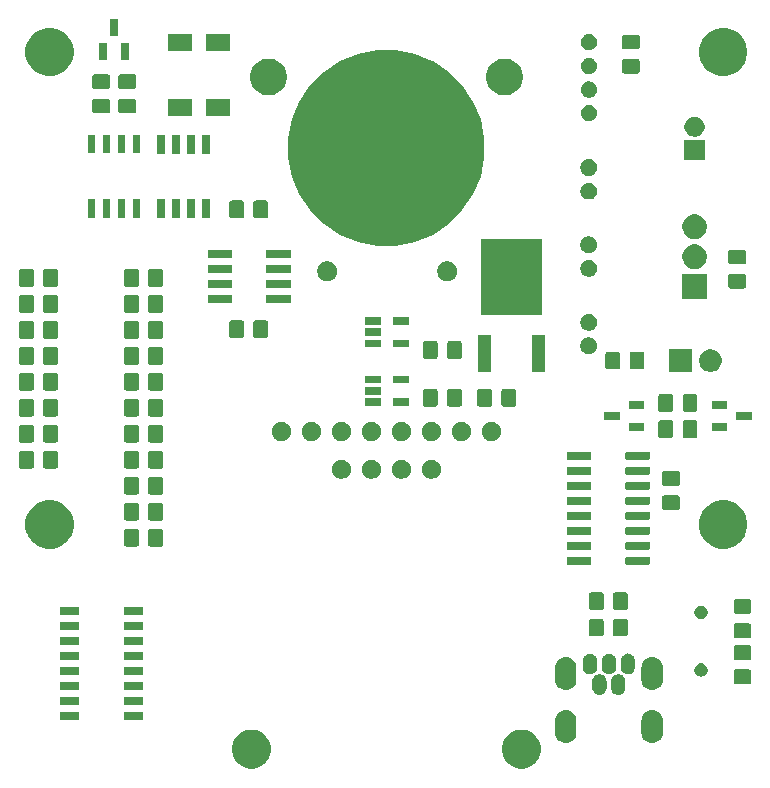
<source format=gbr>
G04 #@! TF.GenerationSoftware,KiCad,Pcbnew,(5.1.5)-3*
G04 #@! TF.CreationDate,2022-04-23T22:50:00-04:00*
G04 #@! TF.ProjectId,SailCam_MK5,5361696c-4361-46d5-9f4d-4b352e6b6963,rev?*
G04 #@! TF.SameCoordinates,Original*
G04 #@! TF.FileFunction,Soldermask,Top*
G04 #@! TF.FilePolarity,Negative*
%FSLAX46Y46*%
G04 Gerber Fmt 4.6, Leading zero omitted, Abs format (unit mm)*
G04 Created by KiCad (PCBNEW (5.1.5)-3) date 2022-04-23 22:50:00*
%MOMM*%
%LPD*%
G04 APERTURE LIST*
%ADD10C,0.100000*%
G04 APERTURE END LIST*
D10*
G36*
X144145256Y-124801298D02*
G01*
X144251579Y-124822447D01*
X144552042Y-124946903D01*
X144822451Y-125127585D01*
X145052415Y-125357549D01*
X145233097Y-125627958D01*
X145357553Y-125928421D01*
X145421000Y-126247391D01*
X145421000Y-126572609D01*
X145357553Y-126891579D01*
X145233097Y-127192042D01*
X145052415Y-127462451D01*
X144822451Y-127692415D01*
X144552042Y-127873097D01*
X144251579Y-127997553D01*
X144145256Y-128018702D01*
X143932611Y-128061000D01*
X143607389Y-128061000D01*
X143394744Y-128018702D01*
X143288421Y-127997553D01*
X142987958Y-127873097D01*
X142717549Y-127692415D01*
X142487585Y-127462451D01*
X142306903Y-127192042D01*
X142182447Y-126891579D01*
X142119000Y-126572609D01*
X142119000Y-126247391D01*
X142182447Y-125928421D01*
X142306903Y-125627958D01*
X142487585Y-125357549D01*
X142717549Y-125127585D01*
X142987958Y-124946903D01*
X143288421Y-124822447D01*
X143394744Y-124801298D01*
X143607389Y-124759000D01*
X143932611Y-124759000D01*
X144145256Y-124801298D01*
G37*
G36*
X121285256Y-124801298D02*
G01*
X121391579Y-124822447D01*
X121692042Y-124946903D01*
X121962451Y-125127585D01*
X122192415Y-125357549D01*
X122373097Y-125627958D01*
X122497553Y-125928421D01*
X122561000Y-126247391D01*
X122561000Y-126572609D01*
X122497553Y-126891579D01*
X122373097Y-127192042D01*
X122192415Y-127462451D01*
X121962451Y-127692415D01*
X121692042Y-127873097D01*
X121391579Y-127997553D01*
X121285256Y-128018702D01*
X121072611Y-128061000D01*
X120747389Y-128061000D01*
X120534744Y-128018702D01*
X120428421Y-127997553D01*
X120127958Y-127873097D01*
X119857549Y-127692415D01*
X119627585Y-127462451D01*
X119446903Y-127192042D01*
X119322447Y-126891579D01*
X119259000Y-126572609D01*
X119259000Y-126247391D01*
X119322447Y-125928421D01*
X119446903Y-125627958D01*
X119627585Y-125357549D01*
X119857549Y-125127585D01*
X120127958Y-124946903D01*
X120428421Y-124822447D01*
X120534744Y-124801298D01*
X120747389Y-124759000D01*
X121072611Y-124759000D01*
X121285256Y-124801298D01*
G37*
G36*
X155016626Y-123122037D02*
G01*
X155186465Y-123173557D01*
X155186467Y-123173558D01*
X155342989Y-123257221D01*
X155480186Y-123369814D01*
X155563448Y-123471271D01*
X155592778Y-123507009D01*
X155676443Y-123663534D01*
X155727963Y-123833373D01*
X155741000Y-123965742D01*
X155741000Y-125054258D01*
X155727963Y-125186627D01*
X155676443Y-125356466D01*
X155592778Y-125512991D01*
X155563448Y-125548729D01*
X155480186Y-125650186D01*
X155378729Y-125733448D01*
X155342991Y-125762778D01*
X155186466Y-125846443D01*
X155016627Y-125897963D01*
X154840000Y-125915359D01*
X154663374Y-125897963D01*
X154493535Y-125846443D01*
X154337010Y-125762778D01*
X154301272Y-125733448D01*
X154199815Y-125650186D01*
X154116553Y-125548729D01*
X154087223Y-125512991D01*
X154003558Y-125356466D01*
X153952038Y-125186627D01*
X153939001Y-125054258D01*
X153939000Y-123965743D01*
X153952037Y-123833374D01*
X154003557Y-123663535D01*
X154087222Y-123507010D01*
X154087223Y-123507009D01*
X154199814Y-123369814D01*
X154301271Y-123286552D01*
X154337009Y-123257222D01*
X154493534Y-123173557D01*
X154663373Y-123122037D01*
X154840000Y-123104641D01*
X155016626Y-123122037D01*
G37*
G36*
X147716626Y-123122037D02*
G01*
X147886465Y-123173557D01*
X147886467Y-123173558D01*
X148042989Y-123257221D01*
X148180186Y-123369814D01*
X148263448Y-123471271D01*
X148292778Y-123507009D01*
X148376443Y-123663534D01*
X148427963Y-123833373D01*
X148441000Y-123965742D01*
X148441000Y-125054258D01*
X148427963Y-125186627D01*
X148376443Y-125356466D01*
X148292778Y-125512991D01*
X148263448Y-125548729D01*
X148180186Y-125650186D01*
X148078729Y-125733448D01*
X148042991Y-125762778D01*
X147886466Y-125846443D01*
X147716627Y-125897963D01*
X147540000Y-125915359D01*
X147363374Y-125897963D01*
X147193535Y-125846443D01*
X147037010Y-125762778D01*
X147001272Y-125733448D01*
X146899815Y-125650186D01*
X146816553Y-125548729D01*
X146787223Y-125512991D01*
X146703558Y-125356466D01*
X146652038Y-125186627D01*
X146639001Y-125054258D01*
X146639000Y-123965743D01*
X146652037Y-123833374D01*
X146703557Y-123663535D01*
X146787222Y-123507010D01*
X146787223Y-123507009D01*
X146899814Y-123369814D01*
X147001271Y-123286552D01*
X147037009Y-123257222D01*
X147193534Y-123173557D01*
X147363373Y-123122037D01*
X147540000Y-123104641D01*
X147716626Y-123122037D01*
G37*
G36*
X111745400Y-123922700D02*
G01*
X110144800Y-123922700D01*
X110144800Y-123287300D01*
X111745400Y-123287300D01*
X111745400Y-123922700D01*
G37*
G36*
X106335200Y-123922700D02*
G01*
X104734600Y-123922700D01*
X104734600Y-123287300D01*
X106335200Y-123287300D01*
X106335200Y-123922700D01*
G37*
G36*
X111745400Y-122652700D02*
G01*
X110144800Y-122652700D01*
X110144800Y-122017300D01*
X111745400Y-122017300D01*
X111745400Y-122652700D01*
G37*
G36*
X106335200Y-122652700D02*
G01*
X104734600Y-122652700D01*
X104734600Y-122017300D01*
X106335200Y-122017300D01*
X106335200Y-122652700D01*
G37*
G36*
X152107817Y-120067696D02*
G01*
X152221104Y-120102062D01*
X152260117Y-120122915D01*
X152282756Y-120132293D01*
X152306789Y-120137073D01*
X152331293Y-120137073D01*
X152339709Y-120135399D01*
X152341342Y-120143609D01*
X152350720Y-120166248D01*
X152364334Y-120186623D01*
X152381658Y-120203947D01*
X152417027Y-120232973D01*
X152444131Y-120266000D01*
X152492131Y-120324488D01*
X152547938Y-120428895D01*
X152582304Y-120542182D01*
X152591000Y-120630481D01*
X152591000Y-121239519D01*
X152582304Y-121327818D01*
X152547938Y-121441105D01*
X152492131Y-121545512D01*
X152417027Y-121637027D01*
X152325512Y-121712131D01*
X152221105Y-121767938D01*
X152107818Y-121802304D01*
X151990000Y-121813907D01*
X151872183Y-121802304D01*
X151758896Y-121767938D01*
X151654489Y-121712131D01*
X151562974Y-121637027D01*
X151487871Y-121545514D01*
X151432061Y-121441102D01*
X151397696Y-121327818D01*
X151389000Y-121239519D01*
X151389000Y-120630482D01*
X151397696Y-120542183D01*
X151432062Y-120428896D01*
X151487869Y-120324489D01*
X151535869Y-120266000D01*
X151562973Y-120232973D01*
X151598344Y-120203945D01*
X151615665Y-120186624D01*
X151629278Y-120166250D01*
X151638656Y-120143611D01*
X151640290Y-120135395D01*
X151648711Y-120137070D01*
X151673215Y-120137070D01*
X151697248Y-120132290D01*
X151719886Y-120122913D01*
X151758897Y-120102062D01*
X151872182Y-120067696D01*
X151990000Y-120056093D01*
X152107817Y-120067696D01*
G37*
G36*
X150507817Y-120067696D02*
G01*
X150621104Y-120102062D01*
X150660117Y-120122915D01*
X150682756Y-120132293D01*
X150706789Y-120137073D01*
X150731293Y-120137073D01*
X150739709Y-120135399D01*
X150741342Y-120143609D01*
X150750720Y-120166248D01*
X150764334Y-120186623D01*
X150781658Y-120203947D01*
X150817027Y-120232973D01*
X150844131Y-120266000D01*
X150892131Y-120324488D01*
X150947938Y-120428895D01*
X150982304Y-120542182D01*
X150991000Y-120630481D01*
X150991000Y-121239519D01*
X150982304Y-121327818D01*
X150947938Y-121441105D01*
X150892131Y-121545512D01*
X150817027Y-121637027D01*
X150725512Y-121712131D01*
X150621105Y-121767938D01*
X150507818Y-121802304D01*
X150390000Y-121813907D01*
X150272183Y-121802304D01*
X150158896Y-121767938D01*
X150054489Y-121712131D01*
X149962974Y-121637027D01*
X149887871Y-121545514D01*
X149832061Y-121441102D01*
X149797696Y-121327818D01*
X149789000Y-121239519D01*
X149789000Y-120630482D01*
X149797696Y-120542183D01*
X149832062Y-120428896D01*
X149887869Y-120324489D01*
X149935869Y-120266000D01*
X149962973Y-120232973D01*
X149998344Y-120203945D01*
X150015665Y-120186624D01*
X150029278Y-120166250D01*
X150038656Y-120143611D01*
X150040290Y-120135395D01*
X150048711Y-120137070D01*
X150073215Y-120137070D01*
X150097248Y-120132290D01*
X150119886Y-120122913D01*
X150158897Y-120102062D01*
X150272182Y-120067696D01*
X150390000Y-120056093D01*
X150507817Y-120067696D01*
G37*
G36*
X155016626Y-118622037D02*
G01*
X155186465Y-118673557D01*
X155186467Y-118673558D01*
X155342989Y-118757221D01*
X155480186Y-118869814D01*
X155563448Y-118971271D01*
X155592778Y-119007009D01*
X155676443Y-119163534D01*
X155727963Y-119333373D01*
X155741000Y-119465742D01*
X155741000Y-120554258D01*
X155727963Y-120686627D01*
X155676443Y-120856466D01*
X155592778Y-121012991D01*
X155563448Y-121048729D01*
X155480186Y-121150186D01*
X155378729Y-121233448D01*
X155342991Y-121262778D01*
X155186466Y-121346443D01*
X155016627Y-121397963D01*
X154840000Y-121415359D01*
X154663374Y-121397963D01*
X154493535Y-121346443D01*
X154337010Y-121262778D01*
X154301272Y-121233448D01*
X154199815Y-121150186D01*
X154116553Y-121048729D01*
X154087223Y-121012991D01*
X154003558Y-120856466D01*
X153952038Y-120686627D01*
X153939001Y-120554258D01*
X153939000Y-119465743D01*
X153952037Y-119333374D01*
X154003557Y-119163535D01*
X154087222Y-119007010D01*
X154087223Y-119007009D01*
X154199814Y-118869814D01*
X154320095Y-118771103D01*
X154337009Y-118757222D01*
X154457191Y-118692983D01*
X154493532Y-118673558D01*
X154493534Y-118673557D01*
X154663373Y-118622037D01*
X154840000Y-118604641D01*
X155016626Y-118622037D01*
G37*
G36*
X147716626Y-118622037D02*
G01*
X147886465Y-118673557D01*
X147886467Y-118673558D01*
X148042989Y-118757221D01*
X148180186Y-118869814D01*
X148263448Y-118971271D01*
X148292778Y-119007009D01*
X148376443Y-119163534D01*
X148427963Y-119333373D01*
X148441000Y-119465742D01*
X148441000Y-120554258D01*
X148427963Y-120686627D01*
X148376443Y-120856466D01*
X148292778Y-121012991D01*
X148263448Y-121048729D01*
X148180186Y-121150186D01*
X148078729Y-121233448D01*
X148042991Y-121262778D01*
X147886466Y-121346443D01*
X147716627Y-121397963D01*
X147540000Y-121415359D01*
X147363374Y-121397963D01*
X147193535Y-121346443D01*
X147037010Y-121262778D01*
X147001272Y-121233448D01*
X146899815Y-121150186D01*
X146816553Y-121048729D01*
X146787223Y-121012991D01*
X146703558Y-120856466D01*
X146652038Y-120686627D01*
X146639001Y-120554258D01*
X146639000Y-119465743D01*
X146652037Y-119333374D01*
X146703557Y-119163535D01*
X146787222Y-119007010D01*
X146787223Y-119007009D01*
X146899814Y-118869814D01*
X147020095Y-118771103D01*
X147037009Y-118757222D01*
X147157191Y-118692983D01*
X147193532Y-118673558D01*
X147193534Y-118673557D01*
X147363373Y-118622037D01*
X147540000Y-118604641D01*
X147716626Y-118622037D01*
G37*
G36*
X106335200Y-121382700D02*
G01*
X104734600Y-121382700D01*
X104734600Y-120747300D01*
X106335200Y-120747300D01*
X106335200Y-121382700D01*
G37*
G36*
X111745400Y-121382700D02*
G01*
X110144800Y-121382700D01*
X110144800Y-120747300D01*
X111745400Y-120747300D01*
X111745400Y-121382700D01*
G37*
G36*
X163078674Y-119663465D02*
G01*
X163116367Y-119674899D01*
X163151103Y-119693466D01*
X163181548Y-119718452D01*
X163206534Y-119748897D01*
X163225101Y-119783633D01*
X163236535Y-119821326D01*
X163241000Y-119866661D01*
X163241000Y-120703339D01*
X163236535Y-120748674D01*
X163225101Y-120786367D01*
X163206534Y-120821103D01*
X163181548Y-120851548D01*
X163151103Y-120876534D01*
X163116367Y-120895101D01*
X163078674Y-120906535D01*
X163033339Y-120911000D01*
X161946661Y-120911000D01*
X161901326Y-120906535D01*
X161863633Y-120895101D01*
X161828897Y-120876534D01*
X161798452Y-120851548D01*
X161773466Y-120821103D01*
X161754899Y-120786367D01*
X161743465Y-120748674D01*
X161739000Y-120703339D01*
X161739000Y-119866661D01*
X161743465Y-119821326D01*
X161754899Y-119783633D01*
X161773466Y-119748897D01*
X161798452Y-119718452D01*
X161828897Y-119693466D01*
X161863633Y-119674899D01*
X161901326Y-119663465D01*
X161946661Y-119659000D01*
X163033339Y-119659000D01*
X163078674Y-119663465D01*
G37*
G36*
X159100421Y-119144876D02*
G01*
X159155096Y-119155751D01*
X159258102Y-119198417D01*
X159350804Y-119260359D01*
X159429641Y-119339196D01*
X159491583Y-119431898D01*
X159534249Y-119534904D01*
X159556000Y-119644254D01*
X159556000Y-119755746D01*
X159534249Y-119865096D01*
X159491583Y-119968102D01*
X159429641Y-120060804D01*
X159350804Y-120139641D01*
X159258102Y-120201583D01*
X159155096Y-120244249D01*
X159100421Y-120255125D01*
X159045747Y-120266000D01*
X158934253Y-120266000D01*
X158879579Y-120255125D01*
X158824904Y-120244249D01*
X158721898Y-120201583D01*
X158629196Y-120139641D01*
X158550359Y-120060804D01*
X158488417Y-119968102D01*
X158445751Y-119865096D01*
X158424000Y-119755746D01*
X158424000Y-119644254D01*
X158445751Y-119534904D01*
X158488417Y-119431898D01*
X158550359Y-119339196D01*
X158629196Y-119260359D01*
X158721898Y-119198417D01*
X158824904Y-119155751D01*
X158879579Y-119144876D01*
X158934253Y-119134000D01*
X159045747Y-119134000D01*
X159100421Y-119144876D01*
G37*
G36*
X106335200Y-120112700D02*
G01*
X104734600Y-120112700D01*
X104734600Y-119477300D01*
X106335200Y-119477300D01*
X106335200Y-120112700D01*
G37*
G36*
X111745400Y-120112700D02*
G01*
X110144800Y-120112700D01*
X110144800Y-119477300D01*
X111745400Y-119477300D01*
X111745400Y-120112700D01*
G37*
G36*
X151307817Y-118317696D02*
G01*
X151421104Y-118352062D01*
X151525511Y-118407869D01*
X151525513Y-118407870D01*
X151525512Y-118407870D01*
X151617027Y-118482973D01*
X151680711Y-118560572D01*
X151692131Y-118574488D01*
X151747938Y-118678895D01*
X151782304Y-118792182D01*
X151791000Y-118880481D01*
X151791000Y-119489519D01*
X151782304Y-119577818D01*
X151747938Y-119691105D01*
X151698480Y-119783633D01*
X151692130Y-119795513D01*
X151617027Y-119887027D01*
X151581662Y-119916050D01*
X151564338Y-119933374D01*
X151550724Y-119953749D01*
X151541347Y-119976387D01*
X151539712Y-119984604D01*
X151531291Y-119982929D01*
X151506787Y-119982929D01*
X151482754Y-119987709D01*
X151460116Y-119997086D01*
X151421104Y-120017938D01*
X151307818Y-120052304D01*
X151190000Y-120063907D01*
X151072183Y-120052304D01*
X150958896Y-120017938D01*
X150919883Y-119997085D01*
X150897244Y-119987707D01*
X150873211Y-119982927D01*
X150848707Y-119982927D01*
X150840291Y-119984601D01*
X150838658Y-119976391D01*
X150829280Y-119953752D01*
X150815666Y-119933377D01*
X150798340Y-119916051D01*
X150762974Y-119887027D01*
X150687871Y-119795514D01*
X150632061Y-119691102D01*
X150597696Y-119577818D01*
X150589000Y-119489519D01*
X150589000Y-118880482D01*
X150597696Y-118792183D01*
X150632062Y-118678896D01*
X150687869Y-118574489D01*
X150701338Y-118558077D01*
X150762973Y-118482973D01*
X150854487Y-118407870D01*
X150854486Y-118407870D01*
X150854488Y-118407869D01*
X150958895Y-118352062D01*
X151072182Y-118317696D01*
X151190000Y-118306093D01*
X151307817Y-118317696D01*
G37*
G36*
X152907817Y-118317696D02*
G01*
X153021104Y-118352062D01*
X153125511Y-118407869D01*
X153125513Y-118407870D01*
X153125512Y-118407870D01*
X153217027Y-118482973D01*
X153280711Y-118560572D01*
X153292131Y-118574488D01*
X153347938Y-118678895D01*
X153382304Y-118792182D01*
X153391000Y-118880481D01*
X153391000Y-119489519D01*
X153382304Y-119577818D01*
X153347938Y-119691105D01*
X153292131Y-119795512D01*
X153217027Y-119887027D01*
X153125512Y-119962131D01*
X153021105Y-120017938D01*
X152907818Y-120052304D01*
X152790000Y-120063907D01*
X152672183Y-120052304D01*
X152558896Y-120017938D01*
X152519883Y-119997085D01*
X152497244Y-119987707D01*
X152473211Y-119982927D01*
X152448707Y-119982927D01*
X152440291Y-119984601D01*
X152438658Y-119976391D01*
X152429280Y-119953752D01*
X152415666Y-119933377D01*
X152398340Y-119916051D01*
X152362974Y-119887027D01*
X152287871Y-119795514D01*
X152232061Y-119691102D01*
X152197696Y-119577818D01*
X152189000Y-119489519D01*
X152189000Y-118880482D01*
X152197696Y-118792183D01*
X152232062Y-118678896D01*
X152287869Y-118574489D01*
X152301338Y-118558077D01*
X152362973Y-118482973D01*
X152454487Y-118407870D01*
X152454486Y-118407870D01*
X152454488Y-118407869D01*
X152558895Y-118352062D01*
X152672182Y-118317696D01*
X152790000Y-118306093D01*
X152907817Y-118317696D01*
G37*
G36*
X149707817Y-118317696D02*
G01*
X149821104Y-118352062D01*
X149925511Y-118407869D01*
X149925513Y-118407870D01*
X149925512Y-118407870D01*
X150017027Y-118482973D01*
X150080711Y-118560572D01*
X150092131Y-118574488D01*
X150147938Y-118678895D01*
X150182304Y-118792182D01*
X150191000Y-118880481D01*
X150191000Y-119489519D01*
X150182304Y-119577818D01*
X150147938Y-119691105D01*
X150098480Y-119783633D01*
X150092130Y-119795513D01*
X150017027Y-119887027D01*
X149981662Y-119916050D01*
X149964338Y-119933374D01*
X149950724Y-119953749D01*
X149941347Y-119976387D01*
X149939712Y-119984604D01*
X149931291Y-119982929D01*
X149906787Y-119982929D01*
X149882754Y-119987709D01*
X149860116Y-119997086D01*
X149821104Y-120017938D01*
X149707818Y-120052304D01*
X149590000Y-120063907D01*
X149472183Y-120052304D01*
X149358896Y-120017938D01*
X149254489Y-119962131D01*
X149162974Y-119887027D01*
X149087871Y-119795514D01*
X149032061Y-119691102D01*
X148997696Y-119577818D01*
X148989000Y-119489519D01*
X148989000Y-118880482D01*
X148997696Y-118792183D01*
X149032062Y-118678896D01*
X149087869Y-118574489D01*
X149101338Y-118558077D01*
X149162973Y-118482973D01*
X149254487Y-118407870D01*
X149254486Y-118407870D01*
X149254488Y-118407869D01*
X149358895Y-118352062D01*
X149472182Y-118317696D01*
X149590000Y-118306093D01*
X149707817Y-118317696D01*
G37*
G36*
X163078674Y-117613465D02*
G01*
X163116367Y-117624899D01*
X163151103Y-117643466D01*
X163181548Y-117668452D01*
X163206534Y-117698897D01*
X163225101Y-117733633D01*
X163236535Y-117771326D01*
X163241000Y-117816661D01*
X163241000Y-118653339D01*
X163236535Y-118698674D01*
X163225101Y-118736367D01*
X163206534Y-118771103D01*
X163181548Y-118801548D01*
X163151103Y-118826534D01*
X163116367Y-118845101D01*
X163078674Y-118856535D01*
X163033339Y-118861000D01*
X161946661Y-118861000D01*
X161901326Y-118856535D01*
X161863633Y-118845101D01*
X161828897Y-118826534D01*
X161798452Y-118801548D01*
X161773466Y-118771103D01*
X161754899Y-118736367D01*
X161743465Y-118698674D01*
X161739000Y-118653339D01*
X161739000Y-117816661D01*
X161743465Y-117771326D01*
X161754899Y-117733633D01*
X161773466Y-117698897D01*
X161798452Y-117668452D01*
X161828897Y-117643466D01*
X161863633Y-117624899D01*
X161901326Y-117613465D01*
X161946661Y-117609000D01*
X163033339Y-117609000D01*
X163078674Y-117613465D01*
G37*
G36*
X106335200Y-118842700D02*
G01*
X104734600Y-118842700D01*
X104734600Y-118207300D01*
X106335200Y-118207300D01*
X106335200Y-118842700D01*
G37*
G36*
X111745400Y-118842700D02*
G01*
X110144800Y-118842700D01*
X110144800Y-118207300D01*
X111745400Y-118207300D01*
X111745400Y-118842700D01*
G37*
G36*
X111745400Y-117572700D02*
G01*
X110144800Y-117572700D01*
X110144800Y-116937300D01*
X111745400Y-116937300D01*
X111745400Y-117572700D01*
G37*
G36*
X106335200Y-117572700D02*
G01*
X104734600Y-117572700D01*
X104734600Y-116937300D01*
X106335200Y-116937300D01*
X106335200Y-117572700D01*
G37*
G36*
X163078674Y-115763465D02*
G01*
X163116367Y-115774899D01*
X163151103Y-115793466D01*
X163181548Y-115818452D01*
X163206534Y-115848897D01*
X163225101Y-115883633D01*
X163236535Y-115921326D01*
X163241000Y-115966661D01*
X163241000Y-116803339D01*
X163236535Y-116848674D01*
X163225101Y-116886367D01*
X163206534Y-116921103D01*
X163181548Y-116951548D01*
X163151103Y-116976534D01*
X163116367Y-116995101D01*
X163078674Y-117006535D01*
X163033339Y-117011000D01*
X161946661Y-117011000D01*
X161901326Y-117006535D01*
X161863633Y-116995101D01*
X161828897Y-116976534D01*
X161798452Y-116951548D01*
X161773466Y-116921103D01*
X161754899Y-116886367D01*
X161743465Y-116848674D01*
X161739000Y-116803339D01*
X161739000Y-115966661D01*
X161743465Y-115921326D01*
X161754899Y-115883633D01*
X161773466Y-115848897D01*
X161798452Y-115818452D01*
X161828897Y-115793466D01*
X161863633Y-115774899D01*
X161901326Y-115763465D01*
X161946661Y-115759000D01*
X163033339Y-115759000D01*
X163078674Y-115763465D01*
G37*
G36*
X150582674Y-115363465D02*
G01*
X150620367Y-115374899D01*
X150655103Y-115393466D01*
X150685548Y-115418452D01*
X150710534Y-115448897D01*
X150729101Y-115483633D01*
X150740535Y-115521326D01*
X150745000Y-115566661D01*
X150745000Y-116653339D01*
X150740535Y-116698674D01*
X150729101Y-116736367D01*
X150710534Y-116771103D01*
X150685548Y-116801548D01*
X150655103Y-116826534D01*
X150620367Y-116845101D01*
X150582674Y-116856535D01*
X150537339Y-116861000D01*
X149700661Y-116861000D01*
X149655326Y-116856535D01*
X149617633Y-116845101D01*
X149582897Y-116826534D01*
X149552452Y-116801548D01*
X149527466Y-116771103D01*
X149508899Y-116736367D01*
X149497465Y-116698674D01*
X149493000Y-116653339D01*
X149493000Y-115566661D01*
X149497465Y-115521326D01*
X149508899Y-115483633D01*
X149527466Y-115448897D01*
X149552452Y-115418452D01*
X149582897Y-115393466D01*
X149617633Y-115374899D01*
X149655326Y-115363465D01*
X149700661Y-115359000D01*
X150537339Y-115359000D01*
X150582674Y-115363465D01*
G37*
G36*
X152632674Y-115363465D02*
G01*
X152670367Y-115374899D01*
X152705103Y-115393466D01*
X152735548Y-115418452D01*
X152760534Y-115448897D01*
X152779101Y-115483633D01*
X152790535Y-115521326D01*
X152795000Y-115566661D01*
X152795000Y-116653339D01*
X152790535Y-116698674D01*
X152779101Y-116736367D01*
X152760534Y-116771103D01*
X152735548Y-116801548D01*
X152705103Y-116826534D01*
X152670367Y-116845101D01*
X152632674Y-116856535D01*
X152587339Y-116861000D01*
X151750661Y-116861000D01*
X151705326Y-116856535D01*
X151667633Y-116845101D01*
X151632897Y-116826534D01*
X151602452Y-116801548D01*
X151577466Y-116771103D01*
X151558899Y-116736367D01*
X151547465Y-116698674D01*
X151543000Y-116653339D01*
X151543000Y-115566661D01*
X151547465Y-115521326D01*
X151558899Y-115483633D01*
X151577466Y-115448897D01*
X151602452Y-115418452D01*
X151632897Y-115393466D01*
X151667633Y-115374899D01*
X151705326Y-115363465D01*
X151750661Y-115359000D01*
X152587339Y-115359000D01*
X152632674Y-115363465D01*
G37*
G36*
X106335200Y-116302700D02*
G01*
X104734600Y-116302700D01*
X104734600Y-115667300D01*
X106335200Y-115667300D01*
X106335200Y-116302700D01*
G37*
G36*
X111745400Y-116302700D02*
G01*
X110144800Y-116302700D01*
X110144800Y-115667300D01*
X111745400Y-115667300D01*
X111745400Y-116302700D01*
G37*
G36*
X159100421Y-114264875D02*
G01*
X159155096Y-114275751D01*
X159258102Y-114318417D01*
X159350804Y-114380359D01*
X159429641Y-114459196D01*
X159491583Y-114551898D01*
X159527661Y-114639000D01*
X159534249Y-114654905D01*
X159551559Y-114741925D01*
X159556000Y-114764254D01*
X159556000Y-114875746D01*
X159534249Y-114985096D01*
X159491583Y-115088102D01*
X159429641Y-115180804D01*
X159350804Y-115259641D01*
X159258102Y-115321583D01*
X159155096Y-115364249D01*
X159101555Y-115374899D01*
X159045747Y-115386000D01*
X158934253Y-115386000D01*
X158878445Y-115374899D01*
X158824904Y-115364249D01*
X158721898Y-115321583D01*
X158629196Y-115259641D01*
X158550359Y-115180804D01*
X158488417Y-115088102D01*
X158445751Y-114985096D01*
X158424000Y-114875746D01*
X158424000Y-114764254D01*
X158428442Y-114741925D01*
X158445751Y-114654905D01*
X158452339Y-114639000D01*
X158488417Y-114551898D01*
X158550359Y-114459196D01*
X158629196Y-114380359D01*
X158721898Y-114318417D01*
X158824904Y-114275751D01*
X158879579Y-114264875D01*
X158934253Y-114254000D01*
X159045747Y-114254000D01*
X159100421Y-114264875D01*
G37*
G36*
X111745400Y-115032700D02*
G01*
X110144800Y-115032700D01*
X110144800Y-114397300D01*
X111745400Y-114397300D01*
X111745400Y-115032700D01*
G37*
G36*
X106335200Y-115032700D02*
G01*
X104734600Y-115032700D01*
X104734600Y-114397300D01*
X106335200Y-114397300D01*
X106335200Y-115032700D01*
G37*
G36*
X163078674Y-113713465D02*
G01*
X163116367Y-113724899D01*
X163151103Y-113743466D01*
X163181548Y-113768452D01*
X163206534Y-113798897D01*
X163225101Y-113833633D01*
X163236535Y-113871326D01*
X163241000Y-113916661D01*
X163241000Y-114753339D01*
X163236535Y-114798674D01*
X163225101Y-114836367D01*
X163206534Y-114871103D01*
X163181548Y-114901548D01*
X163151103Y-114926534D01*
X163116367Y-114945101D01*
X163078674Y-114956535D01*
X163033339Y-114961000D01*
X161946661Y-114961000D01*
X161901326Y-114956535D01*
X161863633Y-114945101D01*
X161828897Y-114926534D01*
X161798452Y-114901548D01*
X161773466Y-114871103D01*
X161754899Y-114836367D01*
X161743465Y-114798674D01*
X161739000Y-114753339D01*
X161739000Y-113916661D01*
X161743465Y-113871326D01*
X161754899Y-113833633D01*
X161773466Y-113798897D01*
X161798452Y-113768452D01*
X161828897Y-113743466D01*
X161863633Y-113724899D01*
X161901326Y-113713465D01*
X161946661Y-113709000D01*
X163033339Y-113709000D01*
X163078674Y-113713465D01*
G37*
G36*
X152632674Y-113141465D02*
G01*
X152670367Y-113152899D01*
X152705103Y-113171466D01*
X152735548Y-113196452D01*
X152760534Y-113226897D01*
X152779101Y-113261633D01*
X152790535Y-113299326D01*
X152795000Y-113344661D01*
X152795000Y-114431339D01*
X152790535Y-114476674D01*
X152779101Y-114514367D01*
X152760534Y-114549103D01*
X152735548Y-114579548D01*
X152705103Y-114604534D01*
X152670367Y-114623101D01*
X152632674Y-114634535D01*
X152587339Y-114639000D01*
X151750661Y-114639000D01*
X151705326Y-114634535D01*
X151667633Y-114623101D01*
X151632897Y-114604534D01*
X151602452Y-114579548D01*
X151577466Y-114549103D01*
X151558899Y-114514367D01*
X151547465Y-114476674D01*
X151543000Y-114431339D01*
X151543000Y-113344661D01*
X151547465Y-113299326D01*
X151558899Y-113261633D01*
X151577466Y-113226897D01*
X151602452Y-113196452D01*
X151632897Y-113171466D01*
X151667633Y-113152899D01*
X151705326Y-113141465D01*
X151750661Y-113137000D01*
X152587339Y-113137000D01*
X152632674Y-113141465D01*
G37*
G36*
X150582674Y-113141465D02*
G01*
X150620367Y-113152899D01*
X150655103Y-113171466D01*
X150685548Y-113196452D01*
X150710534Y-113226897D01*
X150729101Y-113261633D01*
X150740535Y-113299326D01*
X150745000Y-113344661D01*
X150745000Y-114431339D01*
X150740535Y-114476674D01*
X150729101Y-114514367D01*
X150710534Y-114549103D01*
X150685548Y-114579548D01*
X150655103Y-114604534D01*
X150620367Y-114623101D01*
X150582674Y-114634535D01*
X150537339Y-114639000D01*
X149700661Y-114639000D01*
X149655326Y-114634535D01*
X149617633Y-114623101D01*
X149582897Y-114604534D01*
X149552452Y-114579548D01*
X149527466Y-114549103D01*
X149508899Y-114514367D01*
X149497465Y-114476674D01*
X149493000Y-114431339D01*
X149493000Y-113344661D01*
X149497465Y-113299326D01*
X149508899Y-113261633D01*
X149527466Y-113226897D01*
X149552452Y-113196452D01*
X149582897Y-113171466D01*
X149617633Y-113152899D01*
X149655326Y-113141465D01*
X149700661Y-113137000D01*
X150537339Y-113137000D01*
X150582674Y-113141465D01*
G37*
G36*
X154549928Y-110106764D02*
G01*
X154571009Y-110113160D01*
X154590445Y-110123548D01*
X154607476Y-110137524D01*
X154621452Y-110154555D01*
X154631840Y-110173991D01*
X154638236Y-110195072D01*
X154641000Y-110223140D01*
X154641000Y-110686860D01*
X154638236Y-110714928D01*
X154631840Y-110736009D01*
X154621452Y-110755445D01*
X154607476Y-110772476D01*
X154590445Y-110786452D01*
X154571009Y-110796840D01*
X154549928Y-110803236D01*
X154521860Y-110806000D01*
X152708140Y-110806000D01*
X152680072Y-110803236D01*
X152658991Y-110796840D01*
X152639555Y-110786452D01*
X152622524Y-110772476D01*
X152608548Y-110755445D01*
X152598160Y-110736009D01*
X152591764Y-110714928D01*
X152589000Y-110686860D01*
X152589000Y-110223140D01*
X152591764Y-110195072D01*
X152598160Y-110173991D01*
X152608548Y-110154555D01*
X152622524Y-110137524D01*
X152639555Y-110123548D01*
X152658991Y-110113160D01*
X152680072Y-110106764D01*
X152708140Y-110104000D01*
X154521860Y-110104000D01*
X154549928Y-110106764D01*
G37*
G36*
X149599928Y-110106764D02*
G01*
X149621009Y-110113160D01*
X149640445Y-110123548D01*
X149657476Y-110137524D01*
X149671452Y-110154555D01*
X149681840Y-110173991D01*
X149688236Y-110195072D01*
X149691000Y-110223140D01*
X149691000Y-110686860D01*
X149688236Y-110714928D01*
X149681840Y-110736009D01*
X149671452Y-110755445D01*
X149657476Y-110772476D01*
X149640445Y-110786452D01*
X149621009Y-110796840D01*
X149599928Y-110803236D01*
X149571860Y-110806000D01*
X147758140Y-110806000D01*
X147730072Y-110803236D01*
X147708991Y-110796840D01*
X147689555Y-110786452D01*
X147672524Y-110772476D01*
X147658548Y-110755445D01*
X147648160Y-110736009D01*
X147641764Y-110714928D01*
X147639000Y-110686860D01*
X147639000Y-110223140D01*
X147641764Y-110195072D01*
X147648160Y-110173991D01*
X147658548Y-110154555D01*
X147672524Y-110137524D01*
X147689555Y-110123548D01*
X147708991Y-110113160D01*
X147730072Y-110106764D01*
X147758140Y-110104000D01*
X149571860Y-110104000D01*
X149599928Y-110106764D01*
G37*
G36*
X149599928Y-108836764D02*
G01*
X149621009Y-108843160D01*
X149640445Y-108853548D01*
X149657476Y-108867524D01*
X149671452Y-108884555D01*
X149681840Y-108903991D01*
X149688236Y-108925072D01*
X149691000Y-108953140D01*
X149691000Y-109416860D01*
X149688236Y-109444928D01*
X149681840Y-109466009D01*
X149671452Y-109485445D01*
X149657476Y-109502476D01*
X149640445Y-109516452D01*
X149621009Y-109526840D01*
X149599928Y-109533236D01*
X149571860Y-109536000D01*
X147758140Y-109536000D01*
X147730072Y-109533236D01*
X147708991Y-109526840D01*
X147689555Y-109516452D01*
X147672524Y-109502476D01*
X147658548Y-109485445D01*
X147648160Y-109466009D01*
X147641764Y-109444928D01*
X147639000Y-109416860D01*
X147639000Y-108953140D01*
X147641764Y-108925072D01*
X147648160Y-108903991D01*
X147658548Y-108884555D01*
X147672524Y-108867524D01*
X147689555Y-108853548D01*
X147708991Y-108843160D01*
X147730072Y-108836764D01*
X147758140Y-108834000D01*
X149571860Y-108834000D01*
X149599928Y-108836764D01*
G37*
G36*
X154549928Y-108836764D02*
G01*
X154571009Y-108843160D01*
X154590445Y-108853548D01*
X154607476Y-108867524D01*
X154621452Y-108884555D01*
X154631840Y-108903991D01*
X154638236Y-108925072D01*
X154641000Y-108953140D01*
X154641000Y-109416860D01*
X154638236Y-109444928D01*
X154631840Y-109466009D01*
X154621452Y-109485445D01*
X154607476Y-109502476D01*
X154590445Y-109516452D01*
X154571009Y-109526840D01*
X154549928Y-109533236D01*
X154521860Y-109536000D01*
X152708140Y-109536000D01*
X152680072Y-109533236D01*
X152658991Y-109526840D01*
X152639555Y-109516452D01*
X152622524Y-109502476D01*
X152608548Y-109485445D01*
X152598160Y-109466009D01*
X152591764Y-109444928D01*
X152589000Y-109416860D01*
X152589000Y-108953140D01*
X152591764Y-108925072D01*
X152598160Y-108903991D01*
X152608548Y-108884555D01*
X152622524Y-108867524D01*
X152639555Y-108853548D01*
X152658991Y-108843160D01*
X152680072Y-108836764D01*
X152708140Y-108834000D01*
X154521860Y-108834000D01*
X154549928Y-108836764D01*
G37*
G36*
X161461754Y-105419318D02*
G01*
X161835011Y-105573926D01*
X161835013Y-105573927D01*
X162170936Y-105798384D01*
X162456616Y-106084064D01*
X162643658Y-106363991D01*
X162681074Y-106419989D01*
X162835682Y-106793246D01*
X162914500Y-107189493D01*
X162914500Y-107593507D01*
X162835682Y-107989754D01*
X162725051Y-108256840D01*
X162681073Y-108363013D01*
X162456616Y-108698936D01*
X162170936Y-108984616D01*
X161835013Y-109209073D01*
X161835012Y-109209074D01*
X161835011Y-109209074D01*
X161461754Y-109363682D01*
X161065507Y-109442500D01*
X160661493Y-109442500D01*
X160265246Y-109363682D01*
X159891989Y-109209074D01*
X159891988Y-109209074D01*
X159891987Y-109209073D01*
X159556064Y-108984616D01*
X159270384Y-108698936D01*
X159045927Y-108363013D01*
X159001949Y-108256840D01*
X158891318Y-107989754D01*
X158812500Y-107593507D01*
X158812500Y-107189493D01*
X158891318Y-106793246D01*
X159045926Y-106419989D01*
X159083343Y-106363991D01*
X159270384Y-106084064D01*
X159556064Y-105798384D01*
X159891987Y-105573927D01*
X159891989Y-105573926D01*
X160265246Y-105419318D01*
X160661493Y-105340500D01*
X161065507Y-105340500D01*
X161461754Y-105419318D01*
G37*
G36*
X104438754Y-105419318D02*
G01*
X104812011Y-105573926D01*
X104812013Y-105573927D01*
X105147936Y-105798384D01*
X105433616Y-106084064D01*
X105620658Y-106363991D01*
X105658074Y-106419989D01*
X105812682Y-106793246D01*
X105891500Y-107189493D01*
X105891500Y-107593507D01*
X105812682Y-107989754D01*
X105702051Y-108256840D01*
X105658073Y-108363013D01*
X105433616Y-108698936D01*
X105147936Y-108984616D01*
X104812013Y-109209073D01*
X104812012Y-109209074D01*
X104812011Y-109209074D01*
X104438754Y-109363682D01*
X104042507Y-109442500D01*
X103638493Y-109442500D01*
X103242246Y-109363682D01*
X102868989Y-109209074D01*
X102868988Y-109209074D01*
X102868987Y-109209073D01*
X102533064Y-108984616D01*
X102247384Y-108698936D01*
X102022927Y-108363013D01*
X101978949Y-108256840D01*
X101868318Y-107989754D01*
X101789500Y-107593507D01*
X101789500Y-107189493D01*
X101868318Y-106793246D01*
X102022926Y-106419989D01*
X102060343Y-106363991D01*
X102247384Y-106084064D01*
X102533064Y-105798384D01*
X102868987Y-105573927D01*
X102868989Y-105573926D01*
X103242246Y-105419318D01*
X103638493Y-105340500D01*
X104042507Y-105340500D01*
X104438754Y-105419318D01*
G37*
G36*
X113278674Y-107763465D02*
G01*
X113316367Y-107774899D01*
X113351103Y-107793466D01*
X113381548Y-107818452D01*
X113406534Y-107848897D01*
X113425101Y-107883633D01*
X113436535Y-107921326D01*
X113441000Y-107966661D01*
X113441000Y-109053339D01*
X113436535Y-109098674D01*
X113425101Y-109136367D01*
X113406534Y-109171103D01*
X113381548Y-109201548D01*
X113351103Y-109226534D01*
X113316367Y-109245101D01*
X113278674Y-109256535D01*
X113233339Y-109261000D01*
X112396661Y-109261000D01*
X112351326Y-109256535D01*
X112313633Y-109245101D01*
X112278897Y-109226534D01*
X112248452Y-109201548D01*
X112223466Y-109171103D01*
X112204899Y-109136367D01*
X112193465Y-109098674D01*
X112189000Y-109053339D01*
X112189000Y-107966661D01*
X112193465Y-107921326D01*
X112204899Y-107883633D01*
X112223466Y-107848897D01*
X112248452Y-107818452D01*
X112278897Y-107793466D01*
X112313633Y-107774899D01*
X112351326Y-107763465D01*
X112396661Y-107759000D01*
X113233339Y-107759000D01*
X113278674Y-107763465D01*
G37*
G36*
X111228674Y-107763465D02*
G01*
X111266367Y-107774899D01*
X111301103Y-107793466D01*
X111331548Y-107818452D01*
X111356534Y-107848897D01*
X111375101Y-107883633D01*
X111386535Y-107921326D01*
X111391000Y-107966661D01*
X111391000Y-109053339D01*
X111386535Y-109098674D01*
X111375101Y-109136367D01*
X111356534Y-109171103D01*
X111331548Y-109201548D01*
X111301103Y-109226534D01*
X111266367Y-109245101D01*
X111228674Y-109256535D01*
X111183339Y-109261000D01*
X110346661Y-109261000D01*
X110301326Y-109256535D01*
X110263633Y-109245101D01*
X110228897Y-109226534D01*
X110198452Y-109201548D01*
X110173466Y-109171103D01*
X110154899Y-109136367D01*
X110143465Y-109098674D01*
X110139000Y-109053339D01*
X110139000Y-107966661D01*
X110143465Y-107921326D01*
X110154899Y-107883633D01*
X110173466Y-107848897D01*
X110198452Y-107818452D01*
X110228897Y-107793466D01*
X110263633Y-107774899D01*
X110301326Y-107763465D01*
X110346661Y-107759000D01*
X111183339Y-107759000D01*
X111228674Y-107763465D01*
G37*
G36*
X149599928Y-107566764D02*
G01*
X149621009Y-107573160D01*
X149640445Y-107583548D01*
X149657476Y-107597524D01*
X149671452Y-107614555D01*
X149681840Y-107633991D01*
X149688236Y-107655072D01*
X149691000Y-107683140D01*
X149691000Y-108146860D01*
X149688236Y-108174928D01*
X149681840Y-108196009D01*
X149671452Y-108215445D01*
X149657476Y-108232476D01*
X149640445Y-108246452D01*
X149621009Y-108256840D01*
X149599928Y-108263236D01*
X149571860Y-108266000D01*
X147758140Y-108266000D01*
X147730072Y-108263236D01*
X147708991Y-108256840D01*
X147689555Y-108246452D01*
X147672524Y-108232476D01*
X147658548Y-108215445D01*
X147648160Y-108196009D01*
X147641764Y-108174928D01*
X147639000Y-108146860D01*
X147639000Y-107683140D01*
X147641764Y-107655072D01*
X147648160Y-107633991D01*
X147658548Y-107614555D01*
X147672524Y-107597524D01*
X147689555Y-107583548D01*
X147708991Y-107573160D01*
X147730072Y-107566764D01*
X147758140Y-107564000D01*
X149571860Y-107564000D01*
X149599928Y-107566764D01*
G37*
G36*
X154549928Y-107566764D02*
G01*
X154571009Y-107573160D01*
X154590445Y-107583548D01*
X154607476Y-107597524D01*
X154621452Y-107614555D01*
X154631840Y-107633991D01*
X154638236Y-107655072D01*
X154641000Y-107683140D01*
X154641000Y-108146860D01*
X154638236Y-108174928D01*
X154631840Y-108196009D01*
X154621452Y-108215445D01*
X154607476Y-108232476D01*
X154590445Y-108246452D01*
X154571009Y-108256840D01*
X154549928Y-108263236D01*
X154521860Y-108266000D01*
X152708140Y-108266000D01*
X152680072Y-108263236D01*
X152658991Y-108256840D01*
X152639555Y-108246452D01*
X152622524Y-108232476D01*
X152608548Y-108215445D01*
X152598160Y-108196009D01*
X152591764Y-108174928D01*
X152589000Y-108146860D01*
X152589000Y-107683140D01*
X152591764Y-107655072D01*
X152598160Y-107633991D01*
X152608548Y-107614555D01*
X152622524Y-107597524D01*
X152639555Y-107583548D01*
X152658991Y-107573160D01*
X152680072Y-107566764D01*
X152708140Y-107564000D01*
X154521860Y-107564000D01*
X154549928Y-107566764D01*
G37*
G36*
X113278674Y-105563465D02*
G01*
X113316367Y-105574899D01*
X113351103Y-105593466D01*
X113381548Y-105618452D01*
X113406534Y-105648897D01*
X113425101Y-105683633D01*
X113436535Y-105721326D01*
X113441000Y-105766661D01*
X113441000Y-106853339D01*
X113436535Y-106898674D01*
X113425101Y-106936367D01*
X113406534Y-106971103D01*
X113381548Y-107001548D01*
X113351103Y-107026534D01*
X113316367Y-107045101D01*
X113278674Y-107056535D01*
X113233339Y-107061000D01*
X112396661Y-107061000D01*
X112351326Y-107056535D01*
X112313633Y-107045101D01*
X112278897Y-107026534D01*
X112248452Y-107001548D01*
X112223466Y-106971103D01*
X112204899Y-106936367D01*
X112193465Y-106898674D01*
X112189000Y-106853339D01*
X112189000Y-105766661D01*
X112193465Y-105721326D01*
X112204899Y-105683633D01*
X112223466Y-105648897D01*
X112248452Y-105618452D01*
X112278897Y-105593466D01*
X112313633Y-105574899D01*
X112351326Y-105563465D01*
X112396661Y-105559000D01*
X113233339Y-105559000D01*
X113278674Y-105563465D01*
G37*
G36*
X111228674Y-105563465D02*
G01*
X111266367Y-105574899D01*
X111301103Y-105593466D01*
X111331548Y-105618452D01*
X111356534Y-105648897D01*
X111375101Y-105683633D01*
X111386535Y-105721326D01*
X111391000Y-105766661D01*
X111391000Y-106853339D01*
X111386535Y-106898674D01*
X111375101Y-106936367D01*
X111356534Y-106971103D01*
X111331548Y-107001548D01*
X111301103Y-107026534D01*
X111266367Y-107045101D01*
X111228674Y-107056535D01*
X111183339Y-107061000D01*
X110346661Y-107061000D01*
X110301326Y-107056535D01*
X110263633Y-107045101D01*
X110228897Y-107026534D01*
X110198452Y-107001548D01*
X110173466Y-106971103D01*
X110154899Y-106936367D01*
X110143465Y-106898674D01*
X110139000Y-106853339D01*
X110139000Y-105766661D01*
X110143465Y-105721326D01*
X110154899Y-105683633D01*
X110173466Y-105648897D01*
X110198452Y-105618452D01*
X110228897Y-105593466D01*
X110263633Y-105574899D01*
X110301326Y-105563465D01*
X110346661Y-105559000D01*
X111183339Y-105559000D01*
X111228674Y-105563465D01*
G37*
G36*
X154549928Y-106296764D02*
G01*
X154571009Y-106303160D01*
X154590445Y-106313548D01*
X154607476Y-106327524D01*
X154621452Y-106344555D01*
X154631840Y-106363991D01*
X154638236Y-106385072D01*
X154641000Y-106413140D01*
X154641000Y-106876860D01*
X154638236Y-106904928D01*
X154631840Y-106926009D01*
X154621452Y-106945445D01*
X154607476Y-106962476D01*
X154590445Y-106976452D01*
X154571009Y-106986840D01*
X154549928Y-106993236D01*
X154521860Y-106996000D01*
X152708140Y-106996000D01*
X152680072Y-106993236D01*
X152658991Y-106986840D01*
X152639555Y-106976452D01*
X152622524Y-106962476D01*
X152608548Y-106945445D01*
X152598160Y-106926009D01*
X152591764Y-106904928D01*
X152589000Y-106876860D01*
X152589000Y-106413140D01*
X152591764Y-106385072D01*
X152598160Y-106363991D01*
X152608548Y-106344555D01*
X152622524Y-106327524D01*
X152639555Y-106313548D01*
X152658991Y-106303160D01*
X152680072Y-106296764D01*
X152708140Y-106294000D01*
X154521860Y-106294000D01*
X154549928Y-106296764D01*
G37*
G36*
X149599928Y-106296764D02*
G01*
X149621009Y-106303160D01*
X149640445Y-106313548D01*
X149657476Y-106327524D01*
X149671452Y-106344555D01*
X149681840Y-106363991D01*
X149688236Y-106385072D01*
X149691000Y-106413140D01*
X149691000Y-106876860D01*
X149688236Y-106904928D01*
X149681840Y-106926009D01*
X149671452Y-106945445D01*
X149657476Y-106962476D01*
X149640445Y-106976452D01*
X149621009Y-106986840D01*
X149599928Y-106993236D01*
X149571860Y-106996000D01*
X147758140Y-106996000D01*
X147730072Y-106993236D01*
X147708991Y-106986840D01*
X147689555Y-106976452D01*
X147672524Y-106962476D01*
X147658548Y-106945445D01*
X147648160Y-106926009D01*
X147641764Y-106904928D01*
X147639000Y-106876860D01*
X147639000Y-106413140D01*
X147641764Y-106385072D01*
X147648160Y-106363991D01*
X147658548Y-106344555D01*
X147672524Y-106327524D01*
X147689555Y-106313548D01*
X147708991Y-106303160D01*
X147730072Y-106296764D01*
X147758140Y-106294000D01*
X149571860Y-106294000D01*
X149599928Y-106296764D01*
G37*
G36*
X157028674Y-104913465D02*
G01*
X157066367Y-104924899D01*
X157101103Y-104943466D01*
X157131548Y-104968452D01*
X157156534Y-104998897D01*
X157175101Y-105033633D01*
X157186535Y-105071326D01*
X157191000Y-105116661D01*
X157191000Y-105953339D01*
X157186535Y-105998674D01*
X157175101Y-106036367D01*
X157156534Y-106071103D01*
X157131548Y-106101548D01*
X157101103Y-106126534D01*
X157066367Y-106145101D01*
X157028674Y-106156535D01*
X156983339Y-106161000D01*
X155896661Y-106161000D01*
X155851326Y-106156535D01*
X155813633Y-106145101D01*
X155778897Y-106126534D01*
X155748452Y-106101548D01*
X155723466Y-106071103D01*
X155704899Y-106036367D01*
X155693465Y-105998674D01*
X155689000Y-105953339D01*
X155689000Y-105116661D01*
X155693465Y-105071326D01*
X155704899Y-105033633D01*
X155723466Y-104998897D01*
X155748452Y-104968452D01*
X155778897Y-104943466D01*
X155813633Y-104924899D01*
X155851326Y-104913465D01*
X155896661Y-104909000D01*
X156983339Y-104909000D01*
X157028674Y-104913465D01*
G37*
G36*
X149599928Y-105026764D02*
G01*
X149621009Y-105033160D01*
X149640445Y-105043548D01*
X149657476Y-105057524D01*
X149671452Y-105074555D01*
X149681840Y-105093991D01*
X149688236Y-105115072D01*
X149691000Y-105143140D01*
X149691000Y-105606860D01*
X149688236Y-105634928D01*
X149681840Y-105656009D01*
X149671452Y-105675445D01*
X149657476Y-105692476D01*
X149640445Y-105706452D01*
X149621009Y-105716840D01*
X149599928Y-105723236D01*
X149571860Y-105726000D01*
X147758140Y-105726000D01*
X147730072Y-105723236D01*
X147708991Y-105716840D01*
X147689555Y-105706452D01*
X147672524Y-105692476D01*
X147658548Y-105675445D01*
X147648160Y-105656009D01*
X147641764Y-105634928D01*
X147639000Y-105606860D01*
X147639000Y-105143140D01*
X147641764Y-105115072D01*
X147648160Y-105093991D01*
X147658548Y-105074555D01*
X147672524Y-105057524D01*
X147689555Y-105043548D01*
X147708991Y-105033160D01*
X147730072Y-105026764D01*
X147758140Y-105024000D01*
X149571860Y-105024000D01*
X149599928Y-105026764D01*
G37*
G36*
X154549928Y-105026764D02*
G01*
X154571009Y-105033160D01*
X154590445Y-105043548D01*
X154607476Y-105057524D01*
X154621452Y-105074555D01*
X154631840Y-105093991D01*
X154638236Y-105115072D01*
X154641000Y-105143140D01*
X154641000Y-105606860D01*
X154638236Y-105634928D01*
X154631840Y-105656009D01*
X154621452Y-105675445D01*
X154607476Y-105692476D01*
X154590445Y-105706452D01*
X154571009Y-105716840D01*
X154549928Y-105723236D01*
X154521860Y-105726000D01*
X152708140Y-105726000D01*
X152680072Y-105723236D01*
X152658991Y-105716840D01*
X152639555Y-105706452D01*
X152622524Y-105692476D01*
X152608548Y-105675445D01*
X152598160Y-105656009D01*
X152591764Y-105634928D01*
X152589000Y-105606860D01*
X152589000Y-105143140D01*
X152591764Y-105115072D01*
X152598160Y-105093991D01*
X152608548Y-105074555D01*
X152622524Y-105057524D01*
X152639555Y-105043548D01*
X152658991Y-105033160D01*
X152680072Y-105026764D01*
X152708140Y-105024000D01*
X154521860Y-105024000D01*
X154549928Y-105026764D01*
G37*
G36*
X113278674Y-103363465D02*
G01*
X113316367Y-103374899D01*
X113351103Y-103393466D01*
X113381548Y-103418452D01*
X113406534Y-103448897D01*
X113425101Y-103483633D01*
X113436535Y-103521326D01*
X113441000Y-103566661D01*
X113441000Y-104653339D01*
X113436535Y-104698674D01*
X113425101Y-104736367D01*
X113406534Y-104771103D01*
X113381548Y-104801548D01*
X113351103Y-104826534D01*
X113316367Y-104845101D01*
X113278674Y-104856535D01*
X113233339Y-104861000D01*
X112396661Y-104861000D01*
X112351326Y-104856535D01*
X112313633Y-104845101D01*
X112278897Y-104826534D01*
X112248452Y-104801548D01*
X112223466Y-104771103D01*
X112204899Y-104736367D01*
X112193465Y-104698674D01*
X112189000Y-104653339D01*
X112189000Y-103566661D01*
X112193465Y-103521326D01*
X112204899Y-103483633D01*
X112223466Y-103448897D01*
X112248452Y-103418452D01*
X112278897Y-103393466D01*
X112313633Y-103374899D01*
X112351326Y-103363465D01*
X112396661Y-103359000D01*
X113233339Y-103359000D01*
X113278674Y-103363465D01*
G37*
G36*
X111228674Y-103363465D02*
G01*
X111266367Y-103374899D01*
X111301103Y-103393466D01*
X111331548Y-103418452D01*
X111356534Y-103448897D01*
X111375101Y-103483633D01*
X111386535Y-103521326D01*
X111391000Y-103566661D01*
X111391000Y-104653339D01*
X111386535Y-104698674D01*
X111375101Y-104736367D01*
X111356534Y-104771103D01*
X111331548Y-104801548D01*
X111301103Y-104826534D01*
X111266367Y-104845101D01*
X111228674Y-104856535D01*
X111183339Y-104861000D01*
X110346661Y-104861000D01*
X110301326Y-104856535D01*
X110263633Y-104845101D01*
X110228897Y-104826534D01*
X110198452Y-104801548D01*
X110173466Y-104771103D01*
X110154899Y-104736367D01*
X110143465Y-104698674D01*
X110139000Y-104653339D01*
X110139000Y-103566661D01*
X110143465Y-103521326D01*
X110154899Y-103483633D01*
X110173466Y-103448897D01*
X110198452Y-103418452D01*
X110228897Y-103393466D01*
X110263633Y-103374899D01*
X110301326Y-103363465D01*
X110346661Y-103359000D01*
X111183339Y-103359000D01*
X111228674Y-103363465D01*
G37*
G36*
X154549928Y-103756764D02*
G01*
X154571009Y-103763160D01*
X154590445Y-103773548D01*
X154607476Y-103787524D01*
X154621452Y-103804555D01*
X154631840Y-103823991D01*
X154638236Y-103845072D01*
X154641000Y-103873140D01*
X154641000Y-104336860D01*
X154638236Y-104364928D01*
X154631840Y-104386009D01*
X154621452Y-104405445D01*
X154607476Y-104422476D01*
X154590445Y-104436452D01*
X154571009Y-104446840D01*
X154549928Y-104453236D01*
X154521860Y-104456000D01*
X152708140Y-104456000D01*
X152680072Y-104453236D01*
X152658991Y-104446840D01*
X152639555Y-104436452D01*
X152622524Y-104422476D01*
X152608548Y-104405445D01*
X152598160Y-104386009D01*
X152591764Y-104364928D01*
X152589000Y-104336860D01*
X152589000Y-103873140D01*
X152591764Y-103845072D01*
X152598160Y-103823991D01*
X152608548Y-103804555D01*
X152622524Y-103787524D01*
X152639555Y-103773548D01*
X152658991Y-103763160D01*
X152680072Y-103756764D01*
X152708140Y-103754000D01*
X154521860Y-103754000D01*
X154549928Y-103756764D01*
G37*
G36*
X149599928Y-103756764D02*
G01*
X149621009Y-103763160D01*
X149640445Y-103773548D01*
X149657476Y-103787524D01*
X149671452Y-103804555D01*
X149681840Y-103823991D01*
X149688236Y-103845072D01*
X149691000Y-103873140D01*
X149691000Y-104336860D01*
X149688236Y-104364928D01*
X149681840Y-104386009D01*
X149671452Y-104405445D01*
X149657476Y-104422476D01*
X149640445Y-104436452D01*
X149621009Y-104446840D01*
X149599928Y-104453236D01*
X149571860Y-104456000D01*
X147758140Y-104456000D01*
X147730072Y-104453236D01*
X147708991Y-104446840D01*
X147689555Y-104436452D01*
X147672524Y-104422476D01*
X147658548Y-104405445D01*
X147648160Y-104386009D01*
X147641764Y-104364928D01*
X147639000Y-104336860D01*
X147639000Y-103873140D01*
X147641764Y-103845072D01*
X147648160Y-103823991D01*
X147658548Y-103804555D01*
X147672524Y-103787524D01*
X147689555Y-103773548D01*
X147708991Y-103763160D01*
X147730072Y-103756764D01*
X147758140Y-103754000D01*
X149571860Y-103754000D01*
X149599928Y-103756764D01*
G37*
G36*
X157028674Y-102863465D02*
G01*
X157066367Y-102874899D01*
X157101103Y-102893466D01*
X157131548Y-102918452D01*
X157156534Y-102948897D01*
X157175101Y-102983633D01*
X157186535Y-103021326D01*
X157191000Y-103066661D01*
X157191000Y-103903339D01*
X157186535Y-103948674D01*
X157175101Y-103986367D01*
X157156534Y-104021103D01*
X157131548Y-104051548D01*
X157101103Y-104076534D01*
X157066367Y-104095101D01*
X157028674Y-104106535D01*
X156983339Y-104111000D01*
X155896661Y-104111000D01*
X155851326Y-104106535D01*
X155813633Y-104095101D01*
X155778897Y-104076534D01*
X155748452Y-104051548D01*
X155723466Y-104021103D01*
X155704899Y-103986367D01*
X155693465Y-103948674D01*
X155689000Y-103903339D01*
X155689000Y-103066661D01*
X155693465Y-103021326D01*
X155704899Y-102983633D01*
X155723466Y-102948897D01*
X155748452Y-102918452D01*
X155778897Y-102893466D01*
X155813633Y-102874899D01*
X155851326Y-102863465D01*
X155896661Y-102859000D01*
X156983339Y-102859000D01*
X157028674Y-102863465D01*
G37*
G36*
X131307142Y-101928242D02*
G01*
X131455101Y-101989529D01*
X131588255Y-102078499D01*
X131701501Y-102191745D01*
X131790471Y-102324899D01*
X131851758Y-102472858D01*
X131883000Y-102629925D01*
X131883000Y-102790075D01*
X131851758Y-102947142D01*
X131790471Y-103095101D01*
X131701501Y-103228255D01*
X131588255Y-103341501D01*
X131455101Y-103430471D01*
X131307142Y-103491758D01*
X131150075Y-103523000D01*
X130989925Y-103523000D01*
X130832858Y-103491758D01*
X130684899Y-103430471D01*
X130551745Y-103341501D01*
X130438499Y-103228255D01*
X130349529Y-103095101D01*
X130288242Y-102947142D01*
X130257000Y-102790075D01*
X130257000Y-102629925D01*
X130288242Y-102472858D01*
X130349529Y-102324899D01*
X130438499Y-102191745D01*
X130551745Y-102078499D01*
X130684899Y-101989529D01*
X130832858Y-101928242D01*
X130989925Y-101897000D01*
X131150075Y-101897000D01*
X131307142Y-101928242D01*
G37*
G36*
X136387142Y-101928242D02*
G01*
X136535101Y-101989529D01*
X136668255Y-102078499D01*
X136781501Y-102191745D01*
X136870471Y-102324899D01*
X136931758Y-102472858D01*
X136963000Y-102629925D01*
X136963000Y-102790075D01*
X136931758Y-102947142D01*
X136870471Y-103095101D01*
X136781501Y-103228255D01*
X136668255Y-103341501D01*
X136535101Y-103430471D01*
X136387142Y-103491758D01*
X136230075Y-103523000D01*
X136069925Y-103523000D01*
X135912858Y-103491758D01*
X135764899Y-103430471D01*
X135631745Y-103341501D01*
X135518499Y-103228255D01*
X135429529Y-103095101D01*
X135368242Y-102947142D01*
X135337000Y-102790075D01*
X135337000Y-102629925D01*
X135368242Y-102472858D01*
X135429529Y-102324899D01*
X135518499Y-102191745D01*
X135631745Y-102078499D01*
X135764899Y-101989529D01*
X135912858Y-101928242D01*
X136069925Y-101897000D01*
X136230075Y-101897000D01*
X136387142Y-101928242D01*
G37*
G36*
X128767142Y-101928242D02*
G01*
X128915101Y-101989529D01*
X129048255Y-102078499D01*
X129161501Y-102191745D01*
X129250471Y-102324899D01*
X129311758Y-102472858D01*
X129343000Y-102629925D01*
X129343000Y-102790075D01*
X129311758Y-102947142D01*
X129250471Y-103095101D01*
X129161501Y-103228255D01*
X129048255Y-103341501D01*
X128915101Y-103430471D01*
X128767142Y-103491758D01*
X128610075Y-103523000D01*
X128449925Y-103523000D01*
X128292858Y-103491758D01*
X128144899Y-103430471D01*
X128011745Y-103341501D01*
X127898499Y-103228255D01*
X127809529Y-103095101D01*
X127748242Y-102947142D01*
X127717000Y-102790075D01*
X127717000Y-102629925D01*
X127748242Y-102472858D01*
X127809529Y-102324899D01*
X127898499Y-102191745D01*
X128011745Y-102078499D01*
X128144899Y-101989529D01*
X128292858Y-101928242D01*
X128449925Y-101897000D01*
X128610075Y-101897000D01*
X128767142Y-101928242D01*
G37*
G36*
X133847142Y-101928242D02*
G01*
X133995101Y-101989529D01*
X134128255Y-102078499D01*
X134241501Y-102191745D01*
X134330471Y-102324899D01*
X134391758Y-102472858D01*
X134423000Y-102629925D01*
X134423000Y-102790075D01*
X134391758Y-102947142D01*
X134330471Y-103095101D01*
X134241501Y-103228255D01*
X134128255Y-103341501D01*
X133995101Y-103430471D01*
X133847142Y-103491758D01*
X133690075Y-103523000D01*
X133529925Y-103523000D01*
X133372858Y-103491758D01*
X133224899Y-103430471D01*
X133091745Y-103341501D01*
X132978499Y-103228255D01*
X132889529Y-103095101D01*
X132828242Y-102947142D01*
X132797000Y-102790075D01*
X132797000Y-102629925D01*
X132828242Y-102472858D01*
X132889529Y-102324899D01*
X132978499Y-102191745D01*
X133091745Y-102078499D01*
X133224899Y-101989529D01*
X133372858Y-101928242D01*
X133529925Y-101897000D01*
X133690075Y-101897000D01*
X133847142Y-101928242D01*
G37*
G36*
X154549928Y-102486764D02*
G01*
X154571009Y-102493160D01*
X154590445Y-102503548D01*
X154607476Y-102517524D01*
X154621452Y-102534555D01*
X154631840Y-102553991D01*
X154638236Y-102575072D01*
X154641000Y-102603140D01*
X154641000Y-103066860D01*
X154638236Y-103094928D01*
X154631840Y-103116009D01*
X154621452Y-103135445D01*
X154607476Y-103152476D01*
X154590445Y-103166452D01*
X154571009Y-103176840D01*
X154549928Y-103183236D01*
X154521860Y-103186000D01*
X152708140Y-103186000D01*
X152680072Y-103183236D01*
X152658991Y-103176840D01*
X152639555Y-103166452D01*
X152622524Y-103152476D01*
X152608548Y-103135445D01*
X152598160Y-103116009D01*
X152591764Y-103094928D01*
X152589000Y-103066860D01*
X152589000Y-102603140D01*
X152591764Y-102575072D01*
X152598160Y-102553991D01*
X152608548Y-102534555D01*
X152622524Y-102517524D01*
X152639555Y-102503548D01*
X152658991Y-102493160D01*
X152680072Y-102486764D01*
X152708140Y-102484000D01*
X154521860Y-102484000D01*
X154549928Y-102486764D01*
G37*
G36*
X149599928Y-102486764D02*
G01*
X149621009Y-102493160D01*
X149640445Y-102503548D01*
X149657476Y-102517524D01*
X149671452Y-102534555D01*
X149681840Y-102553991D01*
X149688236Y-102575072D01*
X149691000Y-102603140D01*
X149691000Y-103066860D01*
X149688236Y-103094928D01*
X149681840Y-103116009D01*
X149671452Y-103135445D01*
X149657476Y-103152476D01*
X149640445Y-103166452D01*
X149621009Y-103176840D01*
X149599928Y-103183236D01*
X149571860Y-103186000D01*
X147758140Y-103186000D01*
X147730072Y-103183236D01*
X147708991Y-103176840D01*
X147689555Y-103166452D01*
X147672524Y-103152476D01*
X147658548Y-103135445D01*
X147648160Y-103116009D01*
X147641764Y-103094928D01*
X147639000Y-103066860D01*
X147639000Y-102603140D01*
X147641764Y-102575072D01*
X147648160Y-102553991D01*
X147658548Y-102534555D01*
X147672524Y-102517524D01*
X147689555Y-102503548D01*
X147708991Y-102493160D01*
X147730072Y-102486764D01*
X147758140Y-102484000D01*
X149571860Y-102484000D01*
X149599928Y-102486764D01*
G37*
G36*
X113278674Y-101163465D02*
G01*
X113316367Y-101174899D01*
X113351103Y-101193466D01*
X113381548Y-101218452D01*
X113406534Y-101248897D01*
X113425101Y-101283633D01*
X113436535Y-101321326D01*
X113441000Y-101366661D01*
X113441000Y-102453339D01*
X113436535Y-102498674D01*
X113425101Y-102536367D01*
X113406534Y-102571103D01*
X113381548Y-102601548D01*
X113351103Y-102626534D01*
X113316367Y-102645101D01*
X113278674Y-102656535D01*
X113233339Y-102661000D01*
X112396661Y-102661000D01*
X112351326Y-102656535D01*
X112313633Y-102645101D01*
X112278897Y-102626534D01*
X112248452Y-102601548D01*
X112223466Y-102571103D01*
X112204899Y-102536367D01*
X112193465Y-102498674D01*
X112189000Y-102453339D01*
X112189000Y-101366661D01*
X112193465Y-101321326D01*
X112204899Y-101283633D01*
X112223466Y-101248897D01*
X112248452Y-101218452D01*
X112278897Y-101193466D01*
X112313633Y-101174899D01*
X112351326Y-101163465D01*
X112396661Y-101159000D01*
X113233339Y-101159000D01*
X113278674Y-101163465D01*
G37*
G36*
X111228674Y-101163465D02*
G01*
X111266367Y-101174899D01*
X111301103Y-101193466D01*
X111331548Y-101218452D01*
X111356534Y-101248897D01*
X111375101Y-101283633D01*
X111386535Y-101321326D01*
X111391000Y-101366661D01*
X111391000Y-102453339D01*
X111386535Y-102498674D01*
X111375101Y-102536367D01*
X111356534Y-102571103D01*
X111331548Y-102601548D01*
X111301103Y-102626534D01*
X111266367Y-102645101D01*
X111228674Y-102656535D01*
X111183339Y-102661000D01*
X110346661Y-102661000D01*
X110301326Y-102656535D01*
X110263633Y-102645101D01*
X110228897Y-102626534D01*
X110198452Y-102601548D01*
X110173466Y-102571103D01*
X110154899Y-102536367D01*
X110143465Y-102498674D01*
X110139000Y-102453339D01*
X110139000Y-101366661D01*
X110143465Y-101321326D01*
X110154899Y-101283633D01*
X110173466Y-101248897D01*
X110198452Y-101218452D01*
X110228897Y-101193466D01*
X110263633Y-101174899D01*
X110301326Y-101163465D01*
X110346661Y-101159000D01*
X111183339Y-101159000D01*
X111228674Y-101163465D01*
G37*
G36*
X104378674Y-101163465D02*
G01*
X104416367Y-101174899D01*
X104451103Y-101193466D01*
X104481548Y-101218452D01*
X104506534Y-101248897D01*
X104525101Y-101283633D01*
X104536535Y-101321326D01*
X104541000Y-101366661D01*
X104541000Y-102453339D01*
X104536535Y-102498674D01*
X104525101Y-102536367D01*
X104506534Y-102571103D01*
X104481548Y-102601548D01*
X104451103Y-102626534D01*
X104416367Y-102645101D01*
X104378674Y-102656535D01*
X104333339Y-102661000D01*
X103496661Y-102661000D01*
X103451326Y-102656535D01*
X103413633Y-102645101D01*
X103378897Y-102626534D01*
X103348452Y-102601548D01*
X103323466Y-102571103D01*
X103304899Y-102536367D01*
X103293465Y-102498674D01*
X103289000Y-102453339D01*
X103289000Y-101366661D01*
X103293465Y-101321326D01*
X103304899Y-101283633D01*
X103323466Y-101248897D01*
X103348452Y-101218452D01*
X103378897Y-101193466D01*
X103413633Y-101174899D01*
X103451326Y-101163465D01*
X103496661Y-101159000D01*
X104333339Y-101159000D01*
X104378674Y-101163465D01*
G37*
G36*
X102328674Y-101163465D02*
G01*
X102366367Y-101174899D01*
X102401103Y-101193466D01*
X102431548Y-101218452D01*
X102456534Y-101248897D01*
X102475101Y-101283633D01*
X102486535Y-101321326D01*
X102491000Y-101366661D01*
X102491000Y-102453339D01*
X102486535Y-102498674D01*
X102475101Y-102536367D01*
X102456534Y-102571103D01*
X102431548Y-102601548D01*
X102401103Y-102626534D01*
X102366367Y-102645101D01*
X102328674Y-102656535D01*
X102283339Y-102661000D01*
X101446661Y-102661000D01*
X101401326Y-102656535D01*
X101363633Y-102645101D01*
X101328897Y-102626534D01*
X101298452Y-102601548D01*
X101273466Y-102571103D01*
X101254899Y-102536367D01*
X101243465Y-102498674D01*
X101239000Y-102453339D01*
X101239000Y-101366661D01*
X101243465Y-101321326D01*
X101254899Y-101283633D01*
X101273466Y-101248897D01*
X101298452Y-101218452D01*
X101328897Y-101193466D01*
X101363633Y-101174899D01*
X101401326Y-101163465D01*
X101446661Y-101159000D01*
X102283339Y-101159000D01*
X102328674Y-101163465D01*
G37*
G36*
X154549928Y-101216764D02*
G01*
X154571009Y-101223160D01*
X154590445Y-101233548D01*
X154607476Y-101247524D01*
X154621452Y-101264555D01*
X154631840Y-101283991D01*
X154638236Y-101305072D01*
X154641000Y-101333140D01*
X154641000Y-101796860D01*
X154638236Y-101824928D01*
X154631840Y-101846009D01*
X154621452Y-101865445D01*
X154607476Y-101882476D01*
X154590445Y-101896452D01*
X154571009Y-101906840D01*
X154549928Y-101913236D01*
X154521860Y-101916000D01*
X152708140Y-101916000D01*
X152680072Y-101913236D01*
X152658991Y-101906840D01*
X152639555Y-101896452D01*
X152622524Y-101882476D01*
X152608548Y-101865445D01*
X152598160Y-101846009D01*
X152591764Y-101824928D01*
X152589000Y-101796860D01*
X152589000Y-101333140D01*
X152591764Y-101305072D01*
X152598160Y-101283991D01*
X152608548Y-101264555D01*
X152622524Y-101247524D01*
X152639555Y-101233548D01*
X152658991Y-101223160D01*
X152680072Y-101216764D01*
X152708140Y-101214000D01*
X154521860Y-101214000D01*
X154549928Y-101216764D01*
G37*
G36*
X149599928Y-101216764D02*
G01*
X149621009Y-101223160D01*
X149640445Y-101233548D01*
X149657476Y-101247524D01*
X149671452Y-101264555D01*
X149681840Y-101283991D01*
X149688236Y-101305072D01*
X149691000Y-101333140D01*
X149691000Y-101796860D01*
X149688236Y-101824928D01*
X149681840Y-101846009D01*
X149671452Y-101865445D01*
X149657476Y-101882476D01*
X149640445Y-101896452D01*
X149621009Y-101906840D01*
X149599928Y-101913236D01*
X149571860Y-101916000D01*
X147758140Y-101916000D01*
X147730072Y-101913236D01*
X147708991Y-101906840D01*
X147689555Y-101896452D01*
X147672524Y-101882476D01*
X147658548Y-101865445D01*
X147648160Y-101846009D01*
X147641764Y-101824928D01*
X147639000Y-101796860D01*
X147639000Y-101333140D01*
X147641764Y-101305072D01*
X147648160Y-101283991D01*
X147658548Y-101264555D01*
X147672524Y-101247524D01*
X147689555Y-101233548D01*
X147708991Y-101223160D01*
X147730072Y-101216764D01*
X147758140Y-101214000D01*
X149571860Y-101214000D01*
X149599928Y-101216764D01*
G37*
G36*
X113278674Y-98963465D02*
G01*
X113316367Y-98974899D01*
X113351103Y-98993466D01*
X113381548Y-99018452D01*
X113406534Y-99048897D01*
X113425101Y-99083633D01*
X113436535Y-99121326D01*
X113441000Y-99166661D01*
X113441000Y-100253339D01*
X113436535Y-100298674D01*
X113425101Y-100336367D01*
X113406534Y-100371103D01*
X113381548Y-100401548D01*
X113351103Y-100426534D01*
X113316367Y-100445101D01*
X113278674Y-100456535D01*
X113233339Y-100461000D01*
X112396661Y-100461000D01*
X112351326Y-100456535D01*
X112313633Y-100445101D01*
X112278897Y-100426534D01*
X112248452Y-100401548D01*
X112223466Y-100371103D01*
X112204899Y-100336367D01*
X112193465Y-100298674D01*
X112189000Y-100253339D01*
X112189000Y-99166661D01*
X112193465Y-99121326D01*
X112204899Y-99083633D01*
X112223466Y-99048897D01*
X112248452Y-99018452D01*
X112278897Y-98993466D01*
X112313633Y-98974899D01*
X112351326Y-98963465D01*
X112396661Y-98959000D01*
X113233339Y-98959000D01*
X113278674Y-98963465D01*
G37*
G36*
X104378674Y-98963465D02*
G01*
X104416367Y-98974899D01*
X104451103Y-98993466D01*
X104481548Y-99018452D01*
X104506534Y-99048897D01*
X104525101Y-99083633D01*
X104536535Y-99121326D01*
X104541000Y-99166661D01*
X104541000Y-100253339D01*
X104536535Y-100298674D01*
X104525101Y-100336367D01*
X104506534Y-100371103D01*
X104481548Y-100401548D01*
X104451103Y-100426534D01*
X104416367Y-100445101D01*
X104378674Y-100456535D01*
X104333339Y-100461000D01*
X103496661Y-100461000D01*
X103451326Y-100456535D01*
X103413633Y-100445101D01*
X103378897Y-100426534D01*
X103348452Y-100401548D01*
X103323466Y-100371103D01*
X103304899Y-100336367D01*
X103293465Y-100298674D01*
X103289000Y-100253339D01*
X103289000Y-99166661D01*
X103293465Y-99121326D01*
X103304899Y-99083633D01*
X103323466Y-99048897D01*
X103348452Y-99018452D01*
X103378897Y-98993466D01*
X103413633Y-98974899D01*
X103451326Y-98963465D01*
X103496661Y-98959000D01*
X104333339Y-98959000D01*
X104378674Y-98963465D01*
G37*
G36*
X111228674Y-98963465D02*
G01*
X111266367Y-98974899D01*
X111301103Y-98993466D01*
X111331548Y-99018452D01*
X111356534Y-99048897D01*
X111375101Y-99083633D01*
X111386535Y-99121326D01*
X111391000Y-99166661D01*
X111391000Y-100253339D01*
X111386535Y-100298674D01*
X111375101Y-100336367D01*
X111356534Y-100371103D01*
X111331548Y-100401548D01*
X111301103Y-100426534D01*
X111266367Y-100445101D01*
X111228674Y-100456535D01*
X111183339Y-100461000D01*
X110346661Y-100461000D01*
X110301326Y-100456535D01*
X110263633Y-100445101D01*
X110228897Y-100426534D01*
X110198452Y-100401548D01*
X110173466Y-100371103D01*
X110154899Y-100336367D01*
X110143465Y-100298674D01*
X110139000Y-100253339D01*
X110139000Y-99166661D01*
X110143465Y-99121326D01*
X110154899Y-99083633D01*
X110173466Y-99048897D01*
X110198452Y-99018452D01*
X110228897Y-98993466D01*
X110263633Y-98974899D01*
X110301326Y-98963465D01*
X110346661Y-98959000D01*
X111183339Y-98959000D01*
X111228674Y-98963465D01*
G37*
G36*
X102328674Y-98963465D02*
G01*
X102366367Y-98974899D01*
X102401103Y-98993466D01*
X102431548Y-99018452D01*
X102456534Y-99048897D01*
X102475101Y-99083633D01*
X102486535Y-99121326D01*
X102491000Y-99166661D01*
X102491000Y-100253339D01*
X102486535Y-100298674D01*
X102475101Y-100336367D01*
X102456534Y-100371103D01*
X102431548Y-100401548D01*
X102401103Y-100426534D01*
X102366367Y-100445101D01*
X102328674Y-100456535D01*
X102283339Y-100461000D01*
X101446661Y-100461000D01*
X101401326Y-100456535D01*
X101363633Y-100445101D01*
X101328897Y-100426534D01*
X101298452Y-100401548D01*
X101273466Y-100371103D01*
X101254899Y-100336367D01*
X101243465Y-100298674D01*
X101239000Y-100253339D01*
X101239000Y-99166661D01*
X101243465Y-99121326D01*
X101254899Y-99083633D01*
X101273466Y-99048897D01*
X101298452Y-99018452D01*
X101328897Y-98993466D01*
X101363633Y-98974899D01*
X101401326Y-98963465D01*
X101446661Y-98959000D01*
X102283339Y-98959000D01*
X102328674Y-98963465D01*
G37*
G36*
X141467142Y-98728242D02*
G01*
X141615101Y-98789529D01*
X141748255Y-98878499D01*
X141861501Y-98991745D01*
X141950471Y-99124899D01*
X142011758Y-99272858D01*
X142043000Y-99429925D01*
X142043000Y-99590075D01*
X142011758Y-99747142D01*
X141950471Y-99895101D01*
X141861501Y-100028255D01*
X141748255Y-100141501D01*
X141615101Y-100230471D01*
X141467142Y-100291758D01*
X141310075Y-100323000D01*
X141149925Y-100323000D01*
X140992858Y-100291758D01*
X140844899Y-100230471D01*
X140711745Y-100141501D01*
X140598499Y-100028255D01*
X140509529Y-99895101D01*
X140448242Y-99747142D01*
X140417000Y-99590075D01*
X140417000Y-99429925D01*
X140448242Y-99272858D01*
X140509529Y-99124899D01*
X140598499Y-98991745D01*
X140711745Y-98878499D01*
X140844899Y-98789529D01*
X140992858Y-98728242D01*
X141149925Y-98697000D01*
X141310075Y-98697000D01*
X141467142Y-98728242D01*
G37*
G36*
X133847142Y-98728242D02*
G01*
X133995101Y-98789529D01*
X134128255Y-98878499D01*
X134241501Y-98991745D01*
X134330471Y-99124899D01*
X134391758Y-99272858D01*
X134423000Y-99429925D01*
X134423000Y-99590075D01*
X134391758Y-99747142D01*
X134330471Y-99895101D01*
X134241501Y-100028255D01*
X134128255Y-100141501D01*
X133995101Y-100230471D01*
X133847142Y-100291758D01*
X133690075Y-100323000D01*
X133529925Y-100323000D01*
X133372858Y-100291758D01*
X133224899Y-100230471D01*
X133091745Y-100141501D01*
X132978499Y-100028255D01*
X132889529Y-99895101D01*
X132828242Y-99747142D01*
X132797000Y-99590075D01*
X132797000Y-99429925D01*
X132828242Y-99272858D01*
X132889529Y-99124899D01*
X132978499Y-98991745D01*
X133091745Y-98878499D01*
X133224899Y-98789529D01*
X133372858Y-98728242D01*
X133529925Y-98697000D01*
X133690075Y-98697000D01*
X133847142Y-98728242D01*
G37*
G36*
X131307142Y-98728242D02*
G01*
X131455101Y-98789529D01*
X131588255Y-98878499D01*
X131701501Y-98991745D01*
X131790471Y-99124899D01*
X131851758Y-99272858D01*
X131883000Y-99429925D01*
X131883000Y-99590075D01*
X131851758Y-99747142D01*
X131790471Y-99895101D01*
X131701501Y-100028255D01*
X131588255Y-100141501D01*
X131455101Y-100230471D01*
X131307142Y-100291758D01*
X131150075Y-100323000D01*
X130989925Y-100323000D01*
X130832858Y-100291758D01*
X130684899Y-100230471D01*
X130551745Y-100141501D01*
X130438499Y-100028255D01*
X130349529Y-99895101D01*
X130288242Y-99747142D01*
X130257000Y-99590075D01*
X130257000Y-99429925D01*
X130288242Y-99272858D01*
X130349529Y-99124899D01*
X130438499Y-98991745D01*
X130551745Y-98878499D01*
X130684899Y-98789529D01*
X130832858Y-98728242D01*
X130989925Y-98697000D01*
X131150075Y-98697000D01*
X131307142Y-98728242D01*
G37*
G36*
X138927142Y-98728242D02*
G01*
X139075101Y-98789529D01*
X139208255Y-98878499D01*
X139321501Y-98991745D01*
X139410471Y-99124899D01*
X139471758Y-99272858D01*
X139503000Y-99429925D01*
X139503000Y-99590075D01*
X139471758Y-99747142D01*
X139410471Y-99895101D01*
X139321501Y-100028255D01*
X139208255Y-100141501D01*
X139075101Y-100230471D01*
X138927142Y-100291758D01*
X138770075Y-100323000D01*
X138609925Y-100323000D01*
X138452858Y-100291758D01*
X138304899Y-100230471D01*
X138171745Y-100141501D01*
X138058499Y-100028255D01*
X137969529Y-99895101D01*
X137908242Y-99747142D01*
X137877000Y-99590075D01*
X137877000Y-99429925D01*
X137908242Y-99272858D01*
X137969529Y-99124899D01*
X138058499Y-98991745D01*
X138171745Y-98878499D01*
X138304899Y-98789529D01*
X138452858Y-98728242D01*
X138609925Y-98697000D01*
X138770075Y-98697000D01*
X138927142Y-98728242D01*
G37*
G36*
X136387142Y-98728242D02*
G01*
X136535101Y-98789529D01*
X136668255Y-98878499D01*
X136781501Y-98991745D01*
X136870471Y-99124899D01*
X136931758Y-99272858D01*
X136963000Y-99429925D01*
X136963000Y-99590075D01*
X136931758Y-99747142D01*
X136870471Y-99895101D01*
X136781501Y-100028255D01*
X136668255Y-100141501D01*
X136535101Y-100230471D01*
X136387142Y-100291758D01*
X136230075Y-100323000D01*
X136069925Y-100323000D01*
X135912858Y-100291758D01*
X135764899Y-100230471D01*
X135631745Y-100141501D01*
X135518499Y-100028255D01*
X135429529Y-99895101D01*
X135368242Y-99747142D01*
X135337000Y-99590075D01*
X135337000Y-99429925D01*
X135368242Y-99272858D01*
X135429529Y-99124899D01*
X135518499Y-98991745D01*
X135631745Y-98878499D01*
X135764899Y-98789529D01*
X135912858Y-98728242D01*
X136069925Y-98697000D01*
X136230075Y-98697000D01*
X136387142Y-98728242D01*
G37*
G36*
X128767142Y-98728242D02*
G01*
X128915101Y-98789529D01*
X129048255Y-98878499D01*
X129161501Y-98991745D01*
X129250471Y-99124899D01*
X129311758Y-99272858D01*
X129343000Y-99429925D01*
X129343000Y-99590075D01*
X129311758Y-99747142D01*
X129250471Y-99895101D01*
X129161501Y-100028255D01*
X129048255Y-100141501D01*
X128915101Y-100230471D01*
X128767142Y-100291758D01*
X128610075Y-100323000D01*
X128449925Y-100323000D01*
X128292858Y-100291758D01*
X128144899Y-100230471D01*
X128011745Y-100141501D01*
X127898499Y-100028255D01*
X127809529Y-99895101D01*
X127748242Y-99747142D01*
X127717000Y-99590075D01*
X127717000Y-99429925D01*
X127748242Y-99272858D01*
X127809529Y-99124899D01*
X127898499Y-98991745D01*
X128011745Y-98878499D01*
X128144899Y-98789529D01*
X128292858Y-98728242D01*
X128449925Y-98697000D01*
X128610075Y-98697000D01*
X128767142Y-98728242D01*
G37*
G36*
X123687142Y-98728242D02*
G01*
X123835101Y-98789529D01*
X123968255Y-98878499D01*
X124081501Y-98991745D01*
X124170471Y-99124899D01*
X124231758Y-99272858D01*
X124263000Y-99429925D01*
X124263000Y-99590075D01*
X124231758Y-99747142D01*
X124170471Y-99895101D01*
X124081501Y-100028255D01*
X123968255Y-100141501D01*
X123835101Y-100230471D01*
X123687142Y-100291758D01*
X123530075Y-100323000D01*
X123369925Y-100323000D01*
X123212858Y-100291758D01*
X123064899Y-100230471D01*
X122931745Y-100141501D01*
X122818499Y-100028255D01*
X122729529Y-99895101D01*
X122668242Y-99747142D01*
X122637000Y-99590075D01*
X122637000Y-99429925D01*
X122668242Y-99272858D01*
X122729529Y-99124899D01*
X122818499Y-98991745D01*
X122931745Y-98878499D01*
X123064899Y-98789529D01*
X123212858Y-98728242D01*
X123369925Y-98697000D01*
X123530075Y-98697000D01*
X123687142Y-98728242D01*
G37*
G36*
X126227142Y-98728242D02*
G01*
X126375101Y-98789529D01*
X126508255Y-98878499D01*
X126621501Y-98991745D01*
X126710471Y-99124899D01*
X126771758Y-99272858D01*
X126803000Y-99429925D01*
X126803000Y-99590075D01*
X126771758Y-99747142D01*
X126710471Y-99895101D01*
X126621501Y-100028255D01*
X126508255Y-100141501D01*
X126375101Y-100230471D01*
X126227142Y-100291758D01*
X126070075Y-100323000D01*
X125909925Y-100323000D01*
X125752858Y-100291758D01*
X125604899Y-100230471D01*
X125471745Y-100141501D01*
X125358499Y-100028255D01*
X125269529Y-99895101D01*
X125208242Y-99747142D01*
X125177000Y-99590075D01*
X125177000Y-99429925D01*
X125208242Y-99272858D01*
X125269529Y-99124899D01*
X125358499Y-98991745D01*
X125471745Y-98878499D01*
X125604899Y-98789529D01*
X125752858Y-98728242D01*
X125909925Y-98697000D01*
X126070075Y-98697000D01*
X126227142Y-98728242D01*
G37*
G36*
X158510674Y-98563465D02*
G01*
X158548367Y-98574899D01*
X158583103Y-98593466D01*
X158613548Y-98618452D01*
X158638534Y-98648897D01*
X158657101Y-98683633D01*
X158668535Y-98721326D01*
X158673000Y-98766661D01*
X158673000Y-99853339D01*
X158668535Y-99898674D01*
X158657101Y-99936367D01*
X158638534Y-99971103D01*
X158613548Y-100001548D01*
X158583103Y-100026534D01*
X158548367Y-100045101D01*
X158510674Y-100056535D01*
X158465339Y-100061000D01*
X157628661Y-100061000D01*
X157583326Y-100056535D01*
X157545633Y-100045101D01*
X157510897Y-100026534D01*
X157480452Y-100001548D01*
X157455466Y-99971103D01*
X157436899Y-99936367D01*
X157425465Y-99898674D01*
X157421000Y-99853339D01*
X157421000Y-98766661D01*
X157425465Y-98721326D01*
X157436899Y-98683633D01*
X157455466Y-98648897D01*
X157480452Y-98618452D01*
X157510897Y-98593466D01*
X157545633Y-98574899D01*
X157583326Y-98563465D01*
X157628661Y-98559000D01*
X158465339Y-98559000D01*
X158510674Y-98563465D01*
G37*
G36*
X156460674Y-98563465D02*
G01*
X156498367Y-98574899D01*
X156533103Y-98593466D01*
X156563548Y-98618452D01*
X156588534Y-98648897D01*
X156607101Y-98683633D01*
X156618535Y-98721326D01*
X156623000Y-98766661D01*
X156623000Y-99853339D01*
X156618535Y-99898674D01*
X156607101Y-99936367D01*
X156588534Y-99971103D01*
X156563548Y-100001548D01*
X156533103Y-100026534D01*
X156498367Y-100045101D01*
X156460674Y-100056535D01*
X156415339Y-100061000D01*
X155578661Y-100061000D01*
X155533326Y-100056535D01*
X155495633Y-100045101D01*
X155460897Y-100026534D01*
X155430452Y-100001548D01*
X155405466Y-99971103D01*
X155386899Y-99936367D01*
X155375465Y-99898674D01*
X155371000Y-99853339D01*
X155371000Y-98766661D01*
X155375465Y-98721326D01*
X155386899Y-98683633D01*
X155405466Y-98648897D01*
X155430452Y-98618452D01*
X155460897Y-98593466D01*
X155495633Y-98574899D01*
X155533326Y-98563465D01*
X155578661Y-98559000D01*
X156415339Y-98559000D01*
X156460674Y-98563465D01*
G37*
G36*
X161229601Y-99490401D02*
G01*
X159908401Y-99490401D01*
X159908401Y-98829601D01*
X161229601Y-98829601D01*
X161229601Y-99490401D01*
G37*
G36*
X154171599Y-99490401D02*
G01*
X152850399Y-99490401D01*
X152850399Y-98829601D01*
X154171599Y-98829601D01*
X154171599Y-99490401D01*
G37*
G36*
X152129600Y-98540400D02*
G01*
X150808400Y-98540400D01*
X150808400Y-97879600D01*
X152129600Y-97879600D01*
X152129600Y-98540400D01*
G37*
G36*
X163271600Y-98540400D02*
G01*
X161950400Y-98540400D01*
X161950400Y-97879600D01*
X163271600Y-97879600D01*
X163271600Y-98540400D01*
G37*
G36*
X113278674Y-96763465D02*
G01*
X113316367Y-96774899D01*
X113351103Y-96793466D01*
X113381548Y-96818452D01*
X113406534Y-96848897D01*
X113425101Y-96883633D01*
X113436535Y-96921326D01*
X113441000Y-96966661D01*
X113441000Y-98053339D01*
X113436535Y-98098674D01*
X113425101Y-98136367D01*
X113406534Y-98171103D01*
X113381548Y-98201548D01*
X113351103Y-98226534D01*
X113316367Y-98245101D01*
X113278674Y-98256535D01*
X113233339Y-98261000D01*
X112396661Y-98261000D01*
X112351326Y-98256535D01*
X112313633Y-98245101D01*
X112278897Y-98226534D01*
X112248452Y-98201548D01*
X112223466Y-98171103D01*
X112204899Y-98136367D01*
X112193465Y-98098674D01*
X112189000Y-98053339D01*
X112189000Y-96966661D01*
X112193465Y-96921326D01*
X112204899Y-96883633D01*
X112223466Y-96848897D01*
X112248452Y-96818452D01*
X112278897Y-96793466D01*
X112313633Y-96774899D01*
X112351326Y-96763465D01*
X112396661Y-96759000D01*
X113233339Y-96759000D01*
X113278674Y-96763465D01*
G37*
G36*
X111228674Y-96763465D02*
G01*
X111266367Y-96774899D01*
X111301103Y-96793466D01*
X111331548Y-96818452D01*
X111356534Y-96848897D01*
X111375101Y-96883633D01*
X111386535Y-96921326D01*
X111391000Y-96966661D01*
X111391000Y-98053339D01*
X111386535Y-98098674D01*
X111375101Y-98136367D01*
X111356534Y-98171103D01*
X111331548Y-98201548D01*
X111301103Y-98226534D01*
X111266367Y-98245101D01*
X111228674Y-98256535D01*
X111183339Y-98261000D01*
X110346661Y-98261000D01*
X110301326Y-98256535D01*
X110263633Y-98245101D01*
X110228897Y-98226534D01*
X110198452Y-98201548D01*
X110173466Y-98171103D01*
X110154899Y-98136367D01*
X110143465Y-98098674D01*
X110139000Y-98053339D01*
X110139000Y-96966661D01*
X110143465Y-96921326D01*
X110154899Y-96883633D01*
X110173466Y-96848897D01*
X110198452Y-96818452D01*
X110228897Y-96793466D01*
X110263633Y-96774899D01*
X110301326Y-96763465D01*
X110346661Y-96759000D01*
X111183339Y-96759000D01*
X111228674Y-96763465D01*
G37*
G36*
X104378674Y-96763465D02*
G01*
X104416367Y-96774899D01*
X104451103Y-96793466D01*
X104481548Y-96818452D01*
X104506534Y-96848897D01*
X104525101Y-96883633D01*
X104536535Y-96921326D01*
X104541000Y-96966661D01*
X104541000Y-98053339D01*
X104536535Y-98098674D01*
X104525101Y-98136367D01*
X104506534Y-98171103D01*
X104481548Y-98201548D01*
X104451103Y-98226534D01*
X104416367Y-98245101D01*
X104378674Y-98256535D01*
X104333339Y-98261000D01*
X103496661Y-98261000D01*
X103451326Y-98256535D01*
X103413633Y-98245101D01*
X103378897Y-98226534D01*
X103348452Y-98201548D01*
X103323466Y-98171103D01*
X103304899Y-98136367D01*
X103293465Y-98098674D01*
X103289000Y-98053339D01*
X103289000Y-96966661D01*
X103293465Y-96921326D01*
X103304899Y-96883633D01*
X103323466Y-96848897D01*
X103348452Y-96818452D01*
X103378897Y-96793466D01*
X103413633Y-96774899D01*
X103451326Y-96763465D01*
X103496661Y-96759000D01*
X104333339Y-96759000D01*
X104378674Y-96763465D01*
G37*
G36*
X102328674Y-96763465D02*
G01*
X102366367Y-96774899D01*
X102401103Y-96793466D01*
X102431548Y-96818452D01*
X102456534Y-96848897D01*
X102475101Y-96883633D01*
X102486535Y-96921326D01*
X102491000Y-96966661D01*
X102491000Y-98053339D01*
X102486535Y-98098674D01*
X102475101Y-98136367D01*
X102456534Y-98171103D01*
X102431548Y-98201548D01*
X102401103Y-98226534D01*
X102366367Y-98245101D01*
X102328674Y-98256535D01*
X102283339Y-98261000D01*
X101446661Y-98261000D01*
X101401326Y-98256535D01*
X101363633Y-98245101D01*
X101328897Y-98226534D01*
X101298452Y-98201548D01*
X101273466Y-98171103D01*
X101254899Y-98136367D01*
X101243465Y-98098674D01*
X101239000Y-98053339D01*
X101239000Y-96966661D01*
X101243465Y-96921326D01*
X101254899Y-96883633D01*
X101273466Y-96848897D01*
X101298452Y-96818452D01*
X101328897Y-96793466D01*
X101363633Y-96774899D01*
X101401326Y-96763465D01*
X101446661Y-96759000D01*
X102283339Y-96759000D01*
X102328674Y-96763465D01*
G37*
G36*
X156460674Y-96351465D02*
G01*
X156498367Y-96362899D01*
X156533103Y-96381466D01*
X156563548Y-96406452D01*
X156588534Y-96436897D01*
X156607101Y-96471633D01*
X156618535Y-96509326D01*
X156623000Y-96554661D01*
X156623000Y-97641339D01*
X156618535Y-97686674D01*
X156607101Y-97724367D01*
X156588534Y-97759103D01*
X156563548Y-97789548D01*
X156533103Y-97814534D01*
X156498367Y-97833101D01*
X156460674Y-97844535D01*
X156415339Y-97849000D01*
X155578661Y-97849000D01*
X155533326Y-97844535D01*
X155495633Y-97833101D01*
X155460897Y-97814534D01*
X155430452Y-97789548D01*
X155405466Y-97759103D01*
X155386899Y-97724367D01*
X155375465Y-97686674D01*
X155371000Y-97641339D01*
X155371000Y-96554661D01*
X155375465Y-96509326D01*
X155386899Y-96471633D01*
X155405466Y-96436897D01*
X155430452Y-96406452D01*
X155460897Y-96381466D01*
X155495633Y-96362899D01*
X155533326Y-96351465D01*
X155578661Y-96347000D01*
X156415339Y-96347000D01*
X156460674Y-96351465D01*
G37*
G36*
X158510674Y-96351465D02*
G01*
X158548367Y-96362899D01*
X158583103Y-96381466D01*
X158613548Y-96406452D01*
X158638534Y-96436897D01*
X158657101Y-96471633D01*
X158668535Y-96509326D01*
X158673000Y-96554661D01*
X158673000Y-97641339D01*
X158668535Y-97686674D01*
X158657101Y-97724367D01*
X158638534Y-97759103D01*
X158613548Y-97789548D01*
X158583103Y-97814534D01*
X158548367Y-97833101D01*
X158510674Y-97844535D01*
X158465339Y-97849000D01*
X157628661Y-97849000D01*
X157583326Y-97844535D01*
X157545633Y-97833101D01*
X157510897Y-97814534D01*
X157480452Y-97789548D01*
X157455466Y-97759103D01*
X157436899Y-97724367D01*
X157425465Y-97686674D01*
X157421000Y-97641339D01*
X157421000Y-96554661D01*
X157425465Y-96509326D01*
X157436899Y-96471633D01*
X157455466Y-96436897D01*
X157480452Y-96406452D01*
X157510897Y-96381466D01*
X157545633Y-96362899D01*
X157583326Y-96351465D01*
X157628661Y-96347000D01*
X158465339Y-96347000D01*
X158510674Y-96351465D01*
G37*
G36*
X161229601Y-97590399D02*
G01*
X159908401Y-97590399D01*
X159908401Y-96929599D01*
X161229601Y-96929599D01*
X161229601Y-97590399D01*
G37*
G36*
X154171599Y-97590399D02*
G01*
X152850399Y-97590399D01*
X152850399Y-96929599D01*
X154171599Y-96929599D01*
X154171599Y-97590399D01*
G37*
G36*
X138578674Y-95913465D02*
G01*
X138616367Y-95924899D01*
X138651103Y-95943466D01*
X138681548Y-95968452D01*
X138706534Y-95998897D01*
X138725101Y-96033633D01*
X138736535Y-96071326D01*
X138741000Y-96116661D01*
X138741000Y-97203339D01*
X138736535Y-97248674D01*
X138725101Y-97286367D01*
X138706534Y-97321103D01*
X138681548Y-97351548D01*
X138651103Y-97376534D01*
X138616367Y-97395101D01*
X138578674Y-97406535D01*
X138533339Y-97411000D01*
X137696661Y-97411000D01*
X137651326Y-97406535D01*
X137613633Y-97395101D01*
X137578897Y-97376534D01*
X137548452Y-97351548D01*
X137523466Y-97321103D01*
X137504899Y-97286367D01*
X137493465Y-97248674D01*
X137489000Y-97203339D01*
X137489000Y-96116661D01*
X137493465Y-96071326D01*
X137504899Y-96033633D01*
X137523466Y-95998897D01*
X137548452Y-95968452D01*
X137578897Y-95943466D01*
X137613633Y-95924899D01*
X137651326Y-95913465D01*
X137696661Y-95909000D01*
X138533339Y-95909000D01*
X138578674Y-95913465D01*
G37*
G36*
X143178674Y-95913465D02*
G01*
X143216367Y-95924899D01*
X143251103Y-95943466D01*
X143281548Y-95968452D01*
X143306534Y-95998897D01*
X143325101Y-96033633D01*
X143336535Y-96071326D01*
X143341000Y-96116661D01*
X143341000Y-97203339D01*
X143336535Y-97248674D01*
X143325101Y-97286367D01*
X143306534Y-97321103D01*
X143281548Y-97351548D01*
X143251103Y-97376534D01*
X143216367Y-97395101D01*
X143178674Y-97406535D01*
X143133339Y-97411000D01*
X142296661Y-97411000D01*
X142251326Y-97406535D01*
X142213633Y-97395101D01*
X142178897Y-97376534D01*
X142148452Y-97351548D01*
X142123466Y-97321103D01*
X142104899Y-97286367D01*
X142093465Y-97248674D01*
X142089000Y-97203339D01*
X142089000Y-96116661D01*
X142093465Y-96071326D01*
X142104899Y-96033633D01*
X142123466Y-95998897D01*
X142148452Y-95968452D01*
X142178897Y-95943466D01*
X142213633Y-95924899D01*
X142251326Y-95913465D01*
X142296661Y-95909000D01*
X143133339Y-95909000D01*
X143178674Y-95913465D01*
G37*
G36*
X136528674Y-95913465D02*
G01*
X136566367Y-95924899D01*
X136601103Y-95943466D01*
X136631548Y-95968452D01*
X136656534Y-95998897D01*
X136675101Y-96033633D01*
X136686535Y-96071326D01*
X136691000Y-96116661D01*
X136691000Y-97203339D01*
X136686535Y-97248674D01*
X136675101Y-97286367D01*
X136656534Y-97321103D01*
X136631548Y-97351548D01*
X136601103Y-97376534D01*
X136566367Y-97395101D01*
X136528674Y-97406535D01*
X136483339Y-97411000D01*
X135646661Y-97411000D01*
X135601326Y-97406535D01*
X135563633Y-97395101D01*
X135528897Y-97376534D01*
X135498452Y-97351548D01*
X135473466Y-97321103D01*
X135454899Y-97286367D01*
X135443465Y-97248674D01*
X135439000Y-97203339D01*
X135439000Y-96116661D01*
X135443465Y-96071326D01*
X135454899Y-96033633D01*
X135473466Y-95998897D01*
X135498452Y-95968452D01*
X135528897Y-95943466D01*
X135563633Y-95924899D01*
X135601326Y-95913465D01*
X135646661Y-95909000D01*
X136483339Y-95909000D01*
X136528674Y-95913465D01*
G37*
G36*
X141128674Y-95913465D02*
G01*
X141166367Y-95924899D01*
X141201103Y-95943466D01*
X141231548Y-95968452D01*
X141256534Y-95998897D01*
X141275101Y-96033633D01*
X141286535Y-96071326D01*
X141291000Y-96116661D01*
X141291000Y-97203339D01*
X141286535Y-97248674D01*
X141275101Y-97286367D01*
X141256534Y-97321103D01*
X141231548Y-97351548D01*
X141201103Y-97376534D01*
X141166367Y-97395101D01*
X141128674Y-97406535D01*
X141083339Y-97411000D01*
X140246661Y-97411000D01*
X140201326Y-97406535D01*
X140163633Y-97395101D01*
X140128897Y-97376534D01*
X140098452Y-97351548D01*
X140073466Y-97321103D01*
X140054899Y-97286367D01*
X140043465Y-97248674D01*
X140039000Y-97203339D01*
X140039000Y-96116661D01*
X140043465Y-96071326D01*
X140054899Y-96033633D01*
X140073466Y-95998897D01*
X140098452Y-95968452D01*
X140128897Y-95943466D01*
X140163633Y-95924899D01*
X140201326Y-95913465D01*
X140246661Y-95909000D01*
X141083339Y-95909000D01*
X141128674Y-95913465D01*
G37*
G36*
X131886000Y-97336000D02*
G01*
X130524000Y-97336000D01*
X130524000Y-96684000D01*
X131886000Y-96684000D01*
X131886000Y-97336000D01*
G37*
G36*
X134256000Y-97336000D02*
G01*
X132894000Y-97336000D01*
X132894000Y-96684000D01*
X134256000Y-96684000D01*
X134256000Y-97336000D01*
G37*
G36*
X131886000Y-96386000D02*
G01*
X130524000Y-96386000D01*
X130524000Y-95734000D01*
X131886000Y-95734000D01*
X131886000Y-96386000D01*
G37*
G36*
X113278674Y-94563465D02*
G01*
X113316367Y-94574899D01*
X113351103Y-94593466D01*
X113381548Y-94618452D01*
X113406534Y-94648897D01*
X113425101Y-94683633D01*
X113436535Y-94721326D01*
X113441000Y-94766661D01*
X113441000Y-95853339D01*
X113436535Y-95898674D01*
X113425101Y-95936367D01*
X113406534Y-95971103D01*
X113381548Y-96001548D01*
X113351103Y-96026534D01*
X113316367Y-96045101D01*
X113278674Y-96056535D01*
X113233339Y-96061000D01*
X112396661Y-96061000D01*
X112351326Y-96056535D01*
X112313633Y-96045101D01*
X112278897Y-96026534D01*
X112248452Y-96001548D01*
X112223466Y-95971103D01*
X112204899Y-95936367D01*
X112193465Y-95898674D01*
X112189000Y-95853339D01*
X112189000Y-94766661D01*
X112193465Y-94721326D01*
X112204899Y-94683633D01*
X112223466Y-94648897D01*
X112248452Y-94618452D01*
X112278897Y-94593466D01*
X112313633Y-94574899D01*
X112351326Y-94563465D01*
X112396661Y-94559000D01*
X113233339Y-94559000D01*
X113278674Y-94563465D01*
G37*
G36*
X111228674Y-94563465D02*
G01*
X111266367Y-94574899D01*
X111301103Y-94593466D01*
X111331548Y-94618452D01*
X111356534Y-94648897D01*
X111375101Y-94683633D01*
X111386535Y-94721326D01*
X111391000Y-94766661D01*
X111391000Y-95853339D01*
X111386535Y-95898674D01*
X111375101Y-95936367D01*
X111356534Y-95971103D01*
X111331548Y-96001548D01*
X111301103Y-96026534D01*
X111266367Y-96045101D01*
X111228674Y-96056535D01*
X111183339Y-96061000D01*
X110346661Y-96061000D01*
X110301326Y-96056535D01*
X110263633Y-96045101D01*
X110228897Y-96026534D01*
X110198452Y-96001548D01*
X110173466Y-95971103D01*
X110154899Y-95936367D01*
X110143465Y-95898674D01*
X110139000Y-95853339D01*
X110139000Y-94766661D01*
X110143465Y-94721326D01*
X110154899Y-94683633D01*
X110173466Y-94648897D01*
X110198452Y-94618452D01*
X110228897Y-94593466D01*
X110263633Y-94574899D01*
X110301326Y-94563465D01*
X110346661Y-94559000D01*
X111183339Y-94559000D01*
X111228674Y-94563465D01*
G37*
G36*
X102328674Y-94563465D02*
G01*
X102366367Y-94574899D01*
X102401103Y-94593466D01*
X102431548Y-94618452D01*
X102456534Y-94648897D01*
X102475101Y-94683633D01*
X102486535Y-94721326D01*
X102491000Y-94766661D01*
X102491000Y-95853339D01*
X102486535Y-95898674D01*
X102475101Y-95936367D01*
X102456534Y-95971103D01*
X102431548Y-96001548D01*
X102401103Y-96026534D01*
X102366367Y-96045101D01*
X102328674Y-96056535D01*
X102283339Y-96061000D01*
X101446661Y-96061000D01*
X101401326Y-96056535D01*
X101363633Y-96045101D01*
X101328897Y-96026534D01*
X101298452Y-96001548D01*
X101273466Y-95971103D01*
X101254899Y-95936367D01*
X101243465Y-95898674D01*
X101239000Y-95853339D01*
X101239000Y-94766661D01*
X101243465Y-94721326D01*
X101254899Y-94683633D01*
X101273466Y-94648897D01*
X101298452Y-94618452D01*
X101328897Y-94593466D01*
X101363633Y-94574899D01*
X101401326Y-94563465D01*
X101446661Y-94559000D01*
X102283339Y-94559000D01*
X102328674Y-94563465D01*
G37*
G36*
X104378674Y-94563465D02*
G01*
X104416367Y-94574899D01*
X104451103Y-94593466D01*
X104481548Y-94618452D01*
X104506534Y-94648897D01*
X104525101Y-94683633D01*
X104536535Y-94721326D01*
X104541000Y-94766661D01*
X104541000Y-95853339D01*
X104536535Y-95898674D01*
X104525101Y-95936367D01*
X104506534Y-95971103D01*
X104481548Y-96001548D01*
X104451103Y-96026534D01*
X104416367Y-96045101D01*
X104378674Y-96056535D01*
X104333339Y-96061000D01*
X103496661Y-96061000D01*
X103451326Y-96056535D01*
X103413633Y-96045101D01*
X103378897Y-96026534D01*
X103348452Y-96001548D01*
X103323466Y-95971103D01*
X103304899Y-95936367D01*
X103293465Y-95898674D01*
X103289000Y-95853339D01*
X103289000Y-94766661D01*
X103293465Y-94721326D01*
X103304899Y-94683633D01*
X103323466Y-94648897D01*
X103348452Y-94618452D01*
X103378897Y-94593466D01*
X103413633Y-94574899D01*
X103451326Y-94563465D01*
X103496661Y-94559000D01*
X104333339Y-94559000D01*
X104378674Y-94563465D01*
G37*
G36*
X134256000Y-95436000D02*
G01*
X132894000Y-95436000D01*
X132894000Y-94784000D01*
X134256000Y-94784000D01*
X134256000Y-95436000D01*
G37*
G36*
X131886000Y-95436000D02*
G01*
X130524000Y-95436000D01*
X130524000Y-94784000D01*
X131886000Y-94784000D01*
X131886000Y-95436000D01*
G37*
G36*
X141190000Y-94511000D02*
G01*
X140118000Y-94511000D01*
X140118000Y-91389000D01*
X141190000Y-91389000D01*
X141190000Y-94511000D01*
G37*
G36*
X145762000Y-94511000D02*
G01*
X144690000Y-94511000D01*
X144690000Y-91389000D01*
X145762000Y-91389000D01*
X145762000Y-94511000D01*
G37*
G36*
X158191000Y-94461000D02*
G01*
X156289000Y-94461000D01*
X156289000Y-92559000D01*
X158191000Y-92559000D01*
X158191000Y-94461000D01*
G37*
G36*
X160057395Y-92595546D02*
G01*
X160230466Y-92667234D01*
X160230467Y-92667235D01*
X160386227Y-92771310D01*
X160518690Y-92903773D01*
X160518691Y-92903775D01*
X160622766Y-93059534D01*
X160694454Y-93232605D01*
X160731000Y-93416333D01*
X160731000Y-93603667D01*
X160694454Y-93787395D01*
X160622766Y-93960466D01*
X160622765Y-93960467D01*
X160518690Y-94116227D01*
X160386227Y-94248690D01*
X160307818Y-94301081D01*
X160230466Y-94352766D01*
X160057395Y-94424454D01*
X159873667Y-94461000D01*
X159686333Y-94461000D01*
X159502605Y-94424454D01*
X159329534Y-94352766D01*
X159252182Y-94301081D01*
X159173773Y-94248690D01*
X159041310Y-94116227D01*
X158937235Y-93960467D01*
X158937234Y-93960466D01*
X158865546Y-93787395D01*
X158829000Y-93603667D01*
X158829000Y-93416333D01*
X158865546Y-93232605D01*
X158937234Y-93059534D01*
X159041309Y-92903775D01*
X159041310Y-92903773D01*
X159173773Y-92771310D01*
X159329533Y-92667235D01*
X159329534Y-92667234D01*
X159502605Y-92595546D01*
X159686333Y-92559000D01*
X159873667Y-92559000D01*
X160057395Y-92595546D01*
G37*
G36*
X151978674Y-92763465D02*
G01*
X152016367Y-92774899D01*
X152051103Y-92793466D01*
X152081548Y-92818452D01*
X152106534Y-92848897D01*
X152125101Y-92883633D01*
X152136535Y-92921326D01*
X152141000Y-92966661D01*
X152141000Y-94053339D01*
X152136535Y-94098674D01*
X152125101Y-94136367D01*
X152106534Y-94171103D01*
X152081548Y-94201548D01*
X152051103Y-94226534D01*
X152016367Y-94245101D01*
X151978674Y-94256535D01*
X151933339Y-94261000D01*
X151096661Y-94261000D01*
X151051326Y-94256535D01*
X151013633Y-94245101D01*
X150978897Y-94226534D01*
X150948452Y-94201548D01*
X150923466Y-94171103D01*
X150904899Y-94136367D01*
X150893465Y-94098674D01*
X150889000Y-94053339D01*
X150889000Y-92966661D01*
X150893465Y-92921326D01*
X150904899Y-92883633D01*
X150923466Y-92848897D01*
X150948452Y-92818452D01*
X150978897Y-92793466D01*
X151013633Y-92774899D01*
X151051326Y-92763465D01*
X151096661Y-92759000D01*
X151933339Y-92759000D01*
X151978674Y-92763465D01*
G37*
G36*
X154028674Y-92763465D02*
G01*
X154066367Y-92774899D01*
X154101103Y-92793466D01*
X154131548Y-92818452D01*
X154156534Y-92848897D01*
X154175101Y-92883633D01*
X154186535Y-92921326D01*
X154191000Y-92966661D01*
X154191000Y-94053339D01*
X154186535Y-94098674D01*
X154175101Y-94136367D01*
X154156534Y-94171103D01*
X154131548Y-94201548D01*
X154101103Y-94226534D01*
X154066367Y-94245101D01*
X154028674Y-94256535D01*
X153983339Y-94261000D01*
X153146661Y-94261000D01*
X153101326Y-94256535D01*
X153063633Y-94245101D01*
X153028897Y-94226534D01*
X152998452Y-94201548D01*
X152973466Y-94171103D01*
X152954899Y-94136367D01*
X152943465Y-94098674D01*
X152939000Y-94053339D01*
X152939000Y-92966661D01*
X152943465Y-92921326D01*
X152954899Y-92883633D01*
X152973466Y-92848897D01*
X152998452Y-92818452D01*
X153028897Y-92793466D01*
X153063633Y-92774899D01*
X153101326Y-92763465D01*
X153146661Y-92759000D01*
X153983339Y-92759000D01*
X154028674Y-92763465D01*
G37*
G36*
X104378674Y-92363465D02*
G01*
X104416367Y-92374899D01*
X104451103Y-92393466D01*
X104481548Y-92418452D01*
X104506534Y-92448897D01*
X104525101Y-92483633D01*
X104536535Y-92521326D01*
X104541000Y-92566661D01*
X104541000Y-93653339D01*
X104536535Y-93698674D01*
X104525101Y-93736367D01*
X104506534Y-93771103D01*
X104481548Y-93801548D01*
X104451103Y-93826534D01*
X104416367Y-93845101D01*
X104378674Y-93856535D01*
X104333339Y-93861000D01*
X103496661Y-93861000D01*
X103451326Y-93856535D01*
X103413633Y-93845101D01*
X103378897Y-93826534D01*
X103348452Y-93801548D01*
X103323466Y-93771103D01*
X103304899Y-93736367D01*
X103293465Y-93698674D01*
X103289000Y-93653339D01*
X103289000Y-92566661D01*
X103293465Y-92521326D01*
X103304899Y-92483633D01*
X103323466Y-92448897D01*
X103348452Y-92418452D01*
X103378897Y-92393466D01*
X103413633Y-92374899D01*
X103451326Y-92363465D01*
X103496661Y-92359000D01*
X104333339Y-92359000D01*
X104378674Y-92363465D01*
G37*
G36*
X113278674Y-92363465D02*
G01*
X113316367Y-92374899D01*
X113351103Y-92393466D01*
X113381548Y-92418452D01*
X113406534Y-92448897D01*
X113425101Y-92483633D01*
X113436535Y-92521326D01*
X113441000Y-92566661D01*
X113441000Y-93653339D01*
X113436535Y-93698674D01*
X113425101Y-93736367D01*
X113406534Y-93771103D01*
X113381548Y-93801548D01*
X113351103Y-93826534D01*
X113316367Y-93845101D01*
X113278674Y-93856535D01*
X113233339Y-93861000D01*
X112396661Y-93861000D01*
X112351326Y-93856535D01*
X112313633Y-93845101D01*
X112278897Y-93826534D01*
X112248452Y-93801548D01*
X112223466Y-93771103D01*
X112204899Y-93736367D01*
X112193465Y-93698674D01*
X112189000Y-93653339D01*
X112189000Y-92566661D01*
X112193465Y-92521326D01*
X112204899Y-92483633D01*
X112223466Y-92448897D01*
X112248452Y-92418452D01*
X112278897Y-92393466D01*
X112313633Y-92374899D01*
X112351326Y-92363465D01*
X112396661Y-92359000D01*
X113233339Y-92359000D01*
X113278674Y-92363465D01*
G37*
G36*
X111228674Y-92363465D02*
G01*
X111266367Y-92374899D01*
X111301103Y-92393466D01*
X111331548Y-92418452D01*
X111356534Y-92448897D01*
X111375101Y-92483633D01*
X111386535Y-92521326D01*
X111391000Y-92566661D01*
X111391000Y-93653339D01*
X111386535Y-93698674D01*
X111375101Y-93736367D01*
X111356534Y-93771103D01*
X111331548Y-93801548D01*
X111301103Y-93826534D01*
X111266367Y-93845101D01*
X111228674Y-93856535D01*
X111183339Y-93861000D01*
X110346661Y-93861000D01*
X110301326Y-93856535D01*
X110263633Y-93845101D01*
X110228897Y-93826534D01*
X110198452Y-93801548D01*
X110173466Y-93771103D01*
X110154899Y-93736367D01*
X110143465Y-93698674D01*
X110139000Y-93653339D01*
X110139000Y-92566661D01*
X110143465Y-92521326D01*
X110154899Y-92483633D01*
X110173466Y-92448897D01*
X110198452Y-92418452D01*
X110228897Y-92393466D01*
X110263633Y-92374899D01*
X110301326Y-92363465D01*
X110346661Y-92359000D01*
X111183339Y-92359000D01*
X111228674Y-92363465D01*
G37*
G36*
X102328674Y-92363465D02*
G01*
X102366367Y-92374899D01*
X102401103Y-92393466D01*
X102431548Y-92418452D01*
X102456534Y-92448897D01*
X102475101Y-92483633D01*
X102486535Y-92521326D01*
X102491000Y-92566661D01*
X102491000Y-93653339D01*
X102486535Y-93698674D01*
X102475101Y-93736367D01*
X102456534Y-93771103D01*
X102431548Y-93801548D01*
X102401103Y-93826534D01*
X102366367Y-93845101D01*
X102328674Y-93856535D01*
X102283339Y-93861000D01*
X101446661Y-93861000D01*
X101401326Y-93856535D01*
X101363633Y-93845101D01*
X101328897Y-93826534D01*
X101298452Y-93801548D01*
X101273466Y-93771103D01*
X101254899Y-93736367D01*
X101243465Y-93698674D01*
X101239000Y-93653339D01*
X101239000Y-92566661D01*
X101243465Y-92521326D01*
X101254899Y-92483633D01*
X101273466Y-92448897D01*
X101298452Y-92418452D01*
X101328897Y-92393466D01*
X101363633Y-92374899D01*
X101401326Y-92363465D01*
X101446661Y-92359000D01*
X102283339Y-92359000D01*
X102328674Y-92363465D01*
G37*
G36*
X138578674Y-91863465D02*
G01*
X138616367Y-91874899D01*
X138651103Y-91893466D01*
X138681548Y-91918452D01*
X138706534Y-91948897D01*
X138725101Y-91983633D01*
X138736535Y-92021326D01*
X138741000Y-92066661D01*
X138741000Y-93153339D01*
X138736535Y-93198674D01*
X138725101Y-93236367D01*
X138706534Y-93271103D01*
X138681548Y-93301548D01*
X138651103Y-93326534D01*
X138616367Y-93345101D01*
X138578674Y-93356535D01*
X138533339Y-93361000D01*
X137696661Y-93361000D01*
X137651326Y-93356535D01*
X137613633Y-93345101D01*
X137578897Y-93326534D01*
X137548452Y-93301548D01*
X137523466Y-93271103D01*
X137504899Y-93236367D01*
X137493465Y-93198674D01*
X137489000Y-93153339D01*
X137489000Y-92066661D01*
X137493465Y-92021326D01*
X137504899Y-91983633D01*
X137523466Y-91948897D01*
X137548452Y-91918452D01*
X137578897Y-91893466D01*
X137613633Y-91874899D01*
X137651326Y-91863465D01*
X137696661Y-91859000D01*
X138533339Y-91859000D01*
X138578674Y-91863465D01*
G37*
G36*
X136528674Y-91863465D02*
G01*
X136566367Y-91874899D01*
X136601103Y-91893466D01*
X136631548Y-91918452D01*
X136656534Y-91948897D01*
X136675101Y-91983633D01*
X136686535Y-92021326D01*
X136691000Y-92066661D01*
X136691000Y-93153339D01*
X136686535Y-93198674D01*
X136675101Y-93236367D01*
X136656534Y-93271103D01*
X136631548Y-93301548D01*
X136601103Y-93326534D01*
X136566367Y-93345101D01*
X136528674Y-93356535D01*
X136483339Y-93361000D01*
X135646661Y-93361000D01*
X135601326Y-93356535D01*
X135563633Y-93345101D01*
X135528897Y-93326534D01*
X135498452Y-93301548D01*
X135473466Y-93271103D01*
X135454899Y-93236367D01*
X135443465Y-93198674D01*
X135439000Y-93153339D01*
X135439000Y-92066661D01*
X135443465Y-92021326D01*
X135454899Y-91983633D01*
X135473466Y-91948897D01*
X135498452Y-91918452D01*
X135528897Y-91893466D01*
X135563633Y-91874899D01*
X135601326Y-91863465D01*
X135646661Y-91859000D01*
X136483339Y-91859000D01*
X136528674Y-91863465D01*
G37*
G36*
X149697507Y-91575939D02*
G01*
X149826973Y-91629566D01*
X149943490Y-91707420D01*
X150042581Y-91806511D01*
X150120435Y-91923028D01*
X150174062Y-92052494D01*
X150201400Y-92189933D01*
X150201400Y-92330069D01*
X150174062Y-92467508D01*
X150120435Y-92596974D01*
X150042581Y-92713491D01*
X149943490Y-92812582D01*
X149826973Y-92890436D01*
X149697507Y-92944063D01*
X149560068Y-92971401D01*
X149419932Y-92971401D01*
X149282493Y-92944063D01*
X149153027Y-92890436D01*
X149036510Y-92812582D01*
X148937419Y-92713491D01*
X148859565Y-92596974D01*
X148805938Y-92467508D01*
X148778600Y-92330069D01*
X148778600Y-92189933D01*
X148805938Y-92052494D01*
X148859565Y-91923028D01*
X148937419Y-91806511D01*
X149036510Y-91707420D01*
X149153027Y-91629566D01*
X149282493Y-91575939D01*
X149419932Y-91548601D01*
X149560068Y-91548601D01*
X149697507Y-91575939D01*
G37*
G36*
X131886000Y-92386000D02*
G01*
X130524000Y-92386000D01*
X130524000Y-91734000D01*
X131886000Y-91734000D01*
X131886000Y-92386000D01*
G37*
G36*
X134256000Y-92386000D02*
G01*
X132894000Y-92386000D01*
X132894000Y-91734000D01*
X134256000Y-91734000D01*
X134256000Y-92386000D01*
G37*
G36*
X113278674Y-90163465D02*
G01*
X113316367Y-90174899D01*
X113351103Y-90193466D01*
X113381548Y-90218452D01*
X113406534Y-90248897D01*
X113425101Y-90283633D01*
X113436535Y-90321326D01*
X113441000Y-90366661D01*
X113441000Y-91453339D01*
X113436535Y-91498674D01*
X113425101Y-91536367D01*
X113406534Y-91571103D01*
X113381548Y-91601548D01*
X113351103Y-91626534D01*
X113316367Y-91645101D01*
X113278674Y-91656535D01*
X113233339Y-91661000D01*
X112396661Y-91661000D01*
X112351326Y-91656535D01*
X112313633Y-91645101D01*
X112278897Y-91626534D01*
X112248452Y-91601548D01*
X112223466Y-91571103D01*
X112204899Y-91536367D01*
X112193465Y-91498674D01*
X112189000Y-91453339D01*
X112189000Y-90366661D01*
X112193465Y-90321326D01*
X112204899Y-90283633D01*
X112223466Y-90248897D01*
X112248452Y-90218452D01*
X112278897Y-90193466D01*
X112313633Y-90174899D01*
X112351326Y-90163465D01*
X112396661Y-90159000D01*
X113233339Y-90159000D01*
X113278674Y-90163465D01*
G37*
G36*
X102328674Y-90163465D02*
G01*
X102366367Y-90174899D01*
X102401103Y-90193466D01*
X102431548Y-90218452D01*
X102456534Y-90248897D01*
X102475101Y-90283633D01*
X102486535Y-90321326D01*
X102491000Y-90366661D01*
X102491000Y-91453339D01*
X102486535Y-91498674D01*
X102475101Y-91536367D01*
X102456534Y-91571103D01*
X102431548Y-91601548D01*
X102401103Y-91626534D01*
X102366367Y-91645101D01*
X102328674Y-91656535D01*
X102283339Y-91661000D01*
X101446661Y-91661000D01*
X101401326Y-91656535D01*
X101363633Y-91645101D01*
X101328897Y-91626534D01*
X101298452Y-91601548D01*
X101273466Y-91571103D01*
X101254899Y-91536367D01*
X101243465Y-91498674D01*
X101239000Y-91453339D01*
X101239000Y-90366661D01*
X101243465Y-90321326D01*
X101254899Y-90283633D01*
X101273466Y-90248897D01*
X101298452Y-90218452D01*
X101328897Y-90193466D01*
X101363633Y-90174899D01*
X101401326Y-90163465D01*
X101446661Y-90159000D01*
X102283339Y-90159000D01*
X102328674Y-90163465D01*
G37*
G36*
X111228674Y-90163465D02*
G01*
X111266367Y-90174899D01*
X111301103Y-90193466D01*
X111331548Y-90218452D01*
X111356534Y-90248897D01*
X111375101Y-90283633D01*
X111386535Y-90321326D01*
X111391000Y-90366661D01*
X111391000Y-91453339D01*
X111386535Y-91498674D01*
X111375101Y-91536367D01*
X111356534Y-91571103D01*
X111331548Y-91601548D01*
X111301103Y-91626534D01*
X111266367Y-91645101D01*
X111228674Y-91656535D01*
X111183339Y-91661000D01*
X110346661Y-91661000D01*
X110301326Y-91656535D01*
X110263633Y-91645101D01*
X110228897Y-91626534D01*
X110198452Y-91601548D01*
X110173466Y-91571103D01*
X110154899Y-91536367D01*
X110143465Y-91498674D01*
X110139000Y-91453339D01*
X110139000Y-90366661D01*
X110143465Y-90321326D01*
X110154899Y-90283633D01*
X110173466Y-90248897D01*
X110198452Y-90218452D01*
X110228897Y-90193466D01*
X110263633Y-90174899D01*
X110301326Y-90163465D01*
X110346661Y-90159000D01*
X111183339Y-90159000D01*
X111228674Y-90163465D01*
G37*
G36*
X104378674Y-90163465D02*
G01*
X104416367Y-90174899D01*
X104451103Y-90193466D01*
X104481548Y-90218452D01*
X104506534Y-90248897D01*
X104525101Y-90283633D01*
X104536535Y-90321326D01*
X104541000Y-90366661D01*
X104541000Y-91453339D01*
X104536535Y-91498674D01*
X104525101Y-91536367D01*
X104506534Y-91571103D01*
X104481548Y-91601548D01*
X104451103Y-91626534D01*
X104416367Y-91645101D01*
X104378674Y-91656535D01*
X104333339Y-91661000D01*
X103496661Y-91661000D01*
X103451326Y-91656535D01*
X103413633Y-91645101D01*
X103378897Y-91626534D01*
X103348452Y-91601548D01*
X103323466Y-91571103D01*
X103304899Y-91536367D01*
X103293465Y-91498674D01*
X103289000Y-91453339D01*
X103289000Y-90366661D01*
X103293465Y-90321326D01*
X103304899Y-90283633D01*
X103323466Y-90248897D01*
X103348452Y-90218452D01*
X103378897Y-90193466D01*
X103413633Y-90174899D01*
X103451326Y-90163465D01*
X103496661Y-90159000D01*
X104333339Y-90159000D01*
X104378674Y-90163465D01*
G37*
G36*
X120128674Y-90113465D02*
G01*
X120166367Y-90124899D01*
X120201103Y-90143466D01*
X120231548Y-90168452D01*
X120256534Y-90198897D01*
X120275101Y-90233633D01*
X120286535Y-90271326D01*
X120291000Y-90316661D01*
X120291000Y-91403339D01*
X120286535Y-91448674D01*
X120275101Y-91486367D01*
X120256534Y-91521103D01*
X120231548Y-91551548D01*
X120201103Y-91576534D01*
X120166367Y-91595101D01*
X120128674Y-91606535D01*
X120083339Y-91611000D01*
X119246661Y-91611000D01*
X119201326Y-91606535D01*
X119163633Y-91595101D01*
X119128897Y-91576534D01*
X119098452Y-91551548D01*
X119073466Y-91521103D01*
X119054899Y-91486367D01*
X119043465Y-91448674D01*
X119039000Y-91403339D01*
X119039000Y-90316661D01*
X119043465Y-90271326D01*
X119054899Y-90233633D01*
X119073466Y-90198897D01*
X119098452Y-90168452D01*
X119128897Y-90143466D01*
X119163633Y-90124899D01*
X119201326Y-90113465D01*
X119246661Y-90109000D01*
X120083339Y-90109000D01*
X120128674Y-90113465D01*
G37*
G36*
X122178674Y-90113465D02*
G01*
X122216367Y-90124899D01*
X122251103Y-90143466D01*
X122281548Y-90168452D01*
X122306534Y-90198897D01*
X122325101Y-90233633D01*
X122336535Y-90271326D01*
X122341000Y-90316661D01*
X122341000Y-91403339D01*
X122336535Y-91448674D01*
X122325101Y-91486367D01*
X122306534Y-91521103D01*
X122281548Y-91551548D01*
X122251103Y-91576534D01*
X122216367Y-91595101D01*
X122178674Y-91606535D01*
X122133339Y-91611000D01*
X121296661Y-91611000D01*
X121251326Y-91606535D01*
X121213633Y-91595101D01*
X121178897Y-91576534D01*
X121148452Y-91551548D01*
X121123466Y-91521103D01*
X121104899Y-91486367D01*
X121093465Y-91448674D01*
X121089000Y-91403339D01*
X121089000Y-90316661D01*
X121093465Y-90271326D01*
X121104899Y-90233633D01*
X121123466Y-90198897D01*
X121148452Y-90168452D01*
X121178897Y-90143466D01*
X121213633Y-90124899D01*
X121251326Y-90113465D01*
X121296661Y-90109000D01*
X122133339Y-90109000D01*
X122178674Y-90113465D01*
G37*
G36*
X131886000Y-91436000D02*
G01*
X130524000Y-91436000D01*
X130524000Y-90784000D01*
X131886000Y-90784000D01*
X131886000Y-91436000D01*
G37*
G36*
X149697507Y-89575937D02*
G01*
X149826973Y-89629564D01*
X149943490Y-89707418D01*
X150042581Y-89806509D01*
X150120435Y-89923026D01*
X150174062Y-90052492D01*
X150201400Y-90189931D01*
X150201400Y-90330067D01*
X150174062Y-90467506D01*
X150120435Y-90596972D01*
X150042581Y-90713489D01*
X149943490Y-90812580D01*
X149826973Y-90890434D01*
X149697507Y-90944061D01*
X149560068Y-90971399D01*
X149419932Y-90971399D01*
X149282493Y-90944061D01*
X149153027Y-90890434D01*
X149036510Y-90812580D01*
X148937419Y-90713489D01*
X148859565Y-90596972D01*
X148805938Y-90467506D01*
X148778600Y-90330067D01*
X148778600Y-90189931D01*
X148805938Y-90052492D01*
X148859565Y-89923026D01*
X148937419Y-89806509D01*
X149036510Y-89707418D01*
X149153027Y-89629564D01*
X149282493Y-89575937D01*
X149419932Y-89548599D01*
X149560068Y-89548599D01*
X149697507Y-89575937D01*
G37*
G36*
X131886000Y-90486000D02*
G01*
X130524000Y-90486000D01*
X130524000Y-89834000D01*
X131886000Y-89834000D01*
X131886000Y-90486000D01*
G37*
G36*
X134256000Y-90486000D02*
G01*
X132894000Y-90486000D01*
X132894000Y-89834000D01*
X134256000Y-89834000D01*
X134256000Y-90486000D01*
G37*
G36*
X145536000Y-89631000D02*
G01*
X140344000Y-89631000D01*
X140344000Y-83209000D01*
X145536000Y-83209000D01*
X145536000Y-89631000D01*
G37*
G36*
X102328674Y-87963465D02*
G01*
X102366367Y-87974899D01*
X102401103Y-87993466D01*
X102431548Y-88018452D01*
X102456534Y-88048897D01*
X102475101Y-88083633D01*
X102486535Y-88121326D01*
X102491000Y-88166661D01*
X102491000Y-89253339D01*
X102486535Y-89298674D01*
X102475101Y-89336367D01*
X102456534Y-89371103D01*
X102431548Y-89401548D01*
X102401103Y-89426534D01*
X102366367Y-89445101D01*
X102328674Y-89456535D01*
X102283339Y-89461000D01*
X101446661Y-89461000D01*
X101401326Y-89456535D01*
X101363633Y-89445101D01*
X101328897Y-89426534D01*
X101298452Y-89401548D01*
X101273466Y-89371103D01*
X101254899Y-89336367D01*
X101243465Y-89298674D01*
X101239000Y-89253339D01*
X101239000Y-88166661D01*
X101243465Y-88121326D01*
X101254899Y-88083633D01*
X101273466Y-88048897D01*
X101298452Y-88018452D01*
X101328897Y-87993466D01*
X101363633Y-87974899D01*
X101401326Y-87963465D01*
X101446661Y-87959000D01*
X102283339Y-87959000D01*
X102328674Y-87963465D01*
G37*
G36*
X113278674Y-87963465D02*
G01*
X113316367Y-87974899D01*
X113351103Y-87993466D01*
X113381548Y-88018452D01*
X113406534Y-88048897D01*
X113425101Y-88083633D01*
X113436535Y-88121326D01*
X113441000Y-88166661D01*
X113441000Y-89253339D01*
X113436535Y-89298674D01*
X113425101Y-89336367D01*
X113406534Y-89371103D01*
X113381548Y-89401548D01*
X113351103Y-89426534D01*
X113316367Y-89445101D01*
X113278674Y-89456535D01*
X113233339Y-89461000D01*
X112396661Y-89461000D01*
X112351326Y-89456535D01*
X112313633Y-89445101D01*
X112278897Y-89426534D01*
X112248452Y-89401548D01*
X112223466Y-89371103D01*
X112204899Y-89336367D01*
X112193465Y-89298674D01*
X112189000Y-89253339D01*
X112189000Y-88166661D01*
X112193465Y-88121326D01*
X112204899Y-88083633D01*
X112223466Y-88048897D01*
X112248452Y-88018452D01*
X112278897Y-87993466D01*
X112313633Y-87974899D01*
X112351326Y-87963465D01*
X112396661Y-87959000D01*
X113233339Y-87959000D01*
X113278674Y-87963465D01*
G37*
G36*
X111228674Y-87963465D02*
G01*
X111266367Y-87974899D01*
X111301103Y-87993466D01*
X111331548Y-88018452D01*
X111356534Y-88048897D01*
X111375101Y-88083633D01*
X111386535Y-88121326D01*
X111391000Y-88166661D01*
X111391000Y-89253339D01*
X111386535Y-89298674D01*
X111375101Y-89336367D01*
X111356534Y-89371103D01*
X111331548Y-89401548D01*
X111301103Y-89426534D01*
X111266367Y-89445101D01*
X111228674Y-89456535D01*
X111183339Y-89461000D01*
X110346661Y-89461000D01*
X110301326Y-89456535D01*
X110263633Y-89445101D01*
X110228897Y-89426534D01*
X110198452Y-89401548D01*
X110173466Y-89371103D01*
X110154899Y-89336367D01*
X110143465Y-89298674D01*
X110139000Y-89253339D01*
X110139000Y-88166661D01*
X110143465Y-88121326D01*
X110154899Y-88083633D01*
X110173466Y-88048897D01*
X110198452Y-88018452D01*
X110228897Y-87993466D01*
X110263633Y-87974899D01*
X110301326Y-87963465D01*
X110346661Y-87959000D01*
X111183339Y-87959000D01*
X111228674Y-87963465D01*
G37*
G36*
X104378674Y-87963465D02*
G01*
X104416367Y-87974899D01*
X104451103Y-87993466D01*
X104481548Y-88018452D01*
X104506534Y-88048897D01*
X104525101Y-88083633D01*
X104536535Y-88121326D01*
X104541000Y-88166661D01*
X104541000Y-89253339D01*
X104536535Y-89298674D01*
X104525101Y-89336367D01*
X104506534Y-89371103D01*
X104481548Y-89401548D01*
X104451103Y-89426534D01*
X104416367Y-89445101D01*
X104378674Y-89456535D01*
X104333339Y-89461000D01*
X103496661Y-89461000D01*
X103451326Y-89456535D01*
X103413633Y-89445101D01*
X103378897Y-89426534D01*
X103348452Y-89401548D01*
X103323466Y-89371103D01*
X103304899Y-89336367D01*
X103293465Y-89298674D01*
X103289000Y-89253339D01*
X103289000Y-88166661D01*
X103293465Y-88121326D01*
X103304899Y-88083633D01*
X103323466Y-88048897D01*
X103348452Y-88018452D01*
X103378897Y-87993466D01*
X103413633Y-87974899D01*
X103451326Y-87963465D01*
X103496661Y-87959000D01*
X104333339Y-87959000D01*
X104378674Y-87963465D01*
G37*
G36*
X124245400Y-88645400D02*
G01*
X122162200Y-88645400D01*
X122162200Y-87984600D01*
X124245400Y-87984600D01*
X124245400Y-88645400D01*
G37*
G36*
X119317800Y-88645400D02*
G01*
X117234600Y-88645400D01*
X117234600Y-87984600D01*
X119317800Y-87984600D01*
X119317800Y-88645400D01*
G37*
G36*
X159491000Y-88301000D02*
G01*
X157389000Y-88301000D01*
X157389000Y-86199000D01*
X159491000Y-86199000D01*
X159491000Y-88301000D01*
G37*
G36*
X162628674Y-86163465D02*
G01*
X162666367Y-86174899D01*
X162701103Y-86193466D01*
X162731548Y-86218452D01*
X162756534Y-86248897D01*
X162775101Y-86283633D01*
X162786535Y-86321326D01*
X162791000Y-86366661D01*
X162791000Y-87203339D01*
X162786535Y-87248674D01*
X162775101Y-87286367D01*
X162756534Y-87321103D01*
X162731548Y-87351548D01*
X162701103Y-87376534D01*
X162666367Y-87395101D01*
X162628674Y-87406535D01*
X162583339Y-87411000D01*
X161496661Y-87411000D01*
X161451326Y-87406535D01*
X161413633Y-87395101D01*
X161378897Y-87376534D01*
X161348452Y-87351548D01*
X161323466Y-87321103D01*
X161304899Y-87286367D01*
X161293465Y-87248674D01*
X161289000Y-87203339D01*
X161289000Y-86366661D01*
X161293465Y-86321326D01*
X161304899Y-86283633D01*
X161323466Y-86248897D01*
X161348452Y-86218452D01*
X161378897Y-86193466D01*
X161413633Y-86174899D01*
X161451326Y-86163465D01*
X161496661Y-86159000D01*
X162583339Y-86159000D01*
X162628674Y-86163465D01*
G37*
G36*
X124245400Y-87375400D02*
G01*
X122162200Y-87375400D01*
X122162200Y-86714600D01*
X124245400Y-86714600D01*
X124245400Y-87375400D01*
G37*
G36*
X119317800Y-87375400D02*
G01*
X117234600Y-87375400D01*
X117234600Y-86714600D01*
X119317800Y-86714600D01*
X119317800Y-87375400D01*
G37*
G36*
X113278674Y-85763465D02*
G01*
X113316367Y-85774899D01*
X113351103Y-85793466D01*
X113381548Y-85818452D01*
X113406534Y-85848897D01*
X113425101Y-85883633D01*
X113436535Y-85921326D01*
X113441000Y-85966661D01*
X113441000Y-87053339D01*
X113436535Y-87098674D01*
X113425101Y-87136367D01*
X113406534Y-87171103D01*
X113381548Y-87201548D01*
X113351103Y-87226534D01*
X113316367Y-87245101D01*
X113278674Y-87256535D01*
X113233339Y-87261000D01*
X112396661Y-87261000D01*
X112351326Y-87256535D01*
X112313633Y-87245101D01*
X112278897Y-87226534D01*
X112248452Y-87201548D01*
X112223466Y-87171103D01*
X112204899Y-87136367D01*
X112193465Y-87098674D01*
X112189000Y-87053339D01*
X112189000Y-85966661D01*
X112193465Y-85921326D01*
X112204899Y-85883633D01*
X112223466Y-85848897D01*
X112248452Y-85818452D01*
X112278897Y-85793466D01*
X112313633Y-85774899D01*
X112351326Y-85763465D01*
X112396661Y-85759000D01*
X113233339Y-85759000D01*
X113278674Y-85763465D01*
G37*
G36*
X111228674Y-85763465D02*
G01*
X111266367Y-85774899D01*
X111301103Y-85793466D01*
X111331548Y-85818452D01*
X111356534Y-85848897D01*
X111375101Y-85883633D01*
X111386535Y-85921326D01*
X111391000Y-85966661D01*
X111391000Y-87053339D01*
X111386535Y-87098674D01*
X111375101Y-87136367D01*
X111356534Y-87171103D01*
X111331548Y-87201548D01*
X111301103Y-87226534D01*
X111266367Y-87245101D01*
X111228674Y-87256535D01*
X111183339Y-87261000D01*
X110346661Y-87261000D01*
X110301326Y-87256535D01*
X110263633Y-87245101D01*
X110228897Y-87226534D01*
X110198452Y-87201548D01*
X110173466Y-87171103D01*
X110154899Y-87136367D01*
X110143465Y-87098674D01*
X110139000Y-87053339D01*
X110139000Y-85966661D01*
X110143465Y-85921326D01*
X110154899Y-85883633D01*
X110173466Y-85848897D01*
X110198452Y-85818452D01*
X110228897Y-85793466D01*
X110263633Y-85774899D01*
X110301326Y-85763465D01*
X110346661Y-85759000D01*
X111183339Y-85759000D01*
X111228674Y-85763465D01*
G37*
G36*
X102328674Y-85763465D02*
G01*
X102366367Y-85774899D01*
X102401103Y-85793466D01*
X102431548Y-85818452D01*
X102456534Y-85848897D01*
X102475101Y-85883633D01*
X102486535Y-85921326D01*
X102491000Y-85966661D01*
X102491000Y-87053339D01*
X102486535Y-87098674D01*
X102475101Y-87136367D01*
X102456534Y-87171103D01*
X102431548Y-87201548D01*
X102401103Y-87226534D01*
X102366367Y-87245101D01*
X102328674Y-87256535D01*
X102283339Y-87261000D01*
X101446661Y-87261000D01*
X101401326Y-87256535D01*
X101363633Y-87245101D01*
X101328897Y-87226534D01*
X101298452Y-87201548D01*
X101273466Y-87171103D01*
X101254899Y-87136367D01*
X101243465Y-87098674D01*
X101239000Y-87053339D01*
X101239000Y-85966661D01*
X101243465Y-85921326D01*
X101254899Y-85883633D01*
X101273466Y-85848897D01*
X101298452Y-85818452D01*
X101328897Y-85793466D01*
X101363633Y-85774899D01*
X101401326Y-85763465D01*
X101446661Y-85759000D01*
X102283339Y-85759000D01*
X102328674Y-85763465D01*
G37*
G36*
X104378674Y-85763465D02*
G01*
X104416367Y-85774899D01*
X104451103Y-85793466D01*
X104481548Y-85818452D01*
X104506534Y-85848897D01*
X104525101Y-85883633D01*
X104536535Y-85921326D01*
X104541000Y-85966661D01*
X104541000Y-87053339D01*
X104536535Y-87098674D01*
X104525101Y-87136367D01*
X104506534Y-87171103D01*
X104481548Y-87201548D01*
X104451103Y-87226534D01*
X104416367Y-87245101D01*
X104378674Y-87256535D01*
X104333339Y-87261000D01*
X103496661Y-87261000D01*
X103451326Y-87256535D01*
X103413633Y-87245101D01*
X103378897Y-87226534D01*
X103348452Y-87201548D01*
X103323466Y-87171103D01*
X103304899Y-87136367D01*
X103293465Y-87098674D01*
X103289000Y-87053339D01*
X103289000Y-85966661D01*
X103293465Y-85921326D01*
X103304899Y-85883633D01*
X103323466Y-85848897D01*
X103348452Y-85818452D01*
X103378897Y-85793466D01*
X103413633Y-85774899D01*
X103451326Y-85763465D01*
X103496661Y-85759000D01*
X104333339Y-85759000D01*
X104378674Y-85763465D01*
G37*
G36*
X127588228Y-85141703D02*
G01*
X127743100Y-85205853D01*
X127882481Y-85298985D01*
X128001015Y-85417519D01*
X128094147Y-85556900D01*
X128158297Y-85711772D01*
X128191000Y-85876184D01*
X128191000Y-86043816D01*
X128158297Y-86208228D01*
X128094147Y-86363100D01*
X128001015Y-86502481D01*
X127882481Y-86621015D01*
X127743100Y-86714147D01*
X127588228Y-86778297D01*
X127423816Y-86811000D01*
X127256184Y-86811000D01*
X127091772Y-86778297D01*
X126936900Y-86714147D01*
X126797519Y-86621015D01*
X126678985Y-86502481D01*
X126585853Y-86363100D01*
X126521703Y-86208228D01*
X126489000Y-86043816D01*
X126489000Y-85876184D01*
X126521703Y-85711772D01*
X126585853Y-85556900D01*
X126678985Y-85417519D01*
X126797519Y-85298985D01*
X126936900Y-85205853D01*
X127091772Y-85141703D01*
X127256184Y-85109000D01*
X127423816Y-85109000D01*
X127588228Y-85141703D01*
G37*
G36*
X137748228Y-85141703D02*
G01*
X137903100Y-85205853D01*
X138042481Y-85298985D01*
X138161015Y-85417519D01*
X138254147Y-85556900D01*
X138318297Y-85711772D01*
X138351000Y-85876184D01*
X138351000Y-86043816D01*
X138318297Y-86208228D01*
X138254147Y-86363100D01*
X138161015Y-86502481D01*
X138042481Y-86621015D01*
X137903100Y-86714147D01*
X137748228Y-86778297D01*
X137583816Y-86811000D01*
X137416184Y-86811000D01*
X137251772Y-86778297D01*
X137096900Y-86714147D01*
X136957519Y-86621015D01*
X136838985Y-86502481D01*
X136745853Y-86363100D01*
X136681703Y-86208228D01*
X136649000Y-86043816D01*
X136649000Y-85876184D01*
X136681703Y-85711772D01*
X136745853Y-85556900D01*
X136838985Y-85417519D01*
X136957519Y-85298985D01*
X137096900Y-85205853D01*
X137251772Y-85141703D01*
X137416184Y-85109000D01*
X137583816Y-85109000D01*
X137748228Y-85141703D01*
G37*
G36*
X149697507Y-85025939D02*
G01*
X149826973Y-85079566D01*
X149943490Y-85157420D01*
X150042581Y-85256511D01*
X150120435Y-85373028D01*
X150174062Y-85502494D01*
X150201400Y-85639933D01*
X150201400Y-85780069D01*
X150174062Y-85917508D01*
X150120435Y-86046974D01*
X150042581Y-86163491D01*
X149943490Y-86262582D01*
X149826973Y-86340436D01*
X149697507Y-86394063D01*
X149560068Y-86421401D01*
X149419932Y-86421401D01*
X149282493Y-86394063D01*
X149153027Y-86340436D01*
X149036510Y-86262582D01*
X148937419Y-86163491D01*
X148859565Y-86046974D01*
X148805938Y-85917508D01*
X148778600Y-85780069D01*
X148778600Y-85639933D01*
X148805938Y-85502494D01*
X148859565Y-85373028D01*
X148937419Y-85256511D01*
X149036510Y-85157420D01*
X149153027Y-85079566D01*
X149282493Y-85025939D01*
X149419932Y-84998601D01*
X149560068Y-84998601D01*
X149697507Y-85025939D01*
G37*
G36*
X119317800Y-86105400D02*
G01*
X117234600Y-86105400D01*
X117234600Y-85444600D01*
X119317800Y-85444600D01*
X119317800Y-86105400D01*
G37*
G36*
X124245400Y-86105400D02*
G01*
X122162200Y-86105400D01*
X122162200Y-85444600D01*
X124245400Y-85444600D01*
X124245400Y-86105400D01*
G37*
G36*
X158746564Y-83699389D02*
G01*
X158937833Y-83778615D01*
X158937835Y-83778616D01*
X159109973Y-83893635D01*
X159256365Y-84040027D01*
X159362519Y-84198897D01*
X159371385Y-84212167D01*
X159450611Y-84403436D01*
X159491000Y-84606484D01*
X159491000Y-84813516D01*
X159450611Y-85016564D01*
X159372205Y-85205853D01*
X159371384Y-85207835D01*
X159256365Y-85379973D01*
X159109973Y-85526365D01*
X158937835Y-85641384D01*
X158937834Y-85641385D01*
X158937833Y-85641385D01*
X158746564Y-85720611D01*
X158543516Y-85761000D01*
X158336484Y-85761000D01*
X158133436Y-85720611D01*
X157942167Y-85641385D01*
X157942166Y-85641385D01*
X157942165Y-85641384D01*
X157770027Y-85526365D01*
X157623635Y-85379973D01*
X157508616Y-85207835D01*
X157507795Y-85205853D01*
X157429389Y-85016564D01*
X157389000Y-84813516D01*
X157389000Y-84606484D01*
X157429389Y-84403436D01*
X157508615Y-84212167D01*
X157517482Y-84198897D01*
X157623635Y-84040027D01*
X157770027Y-83893635D01*
X157942165Y-83778616D01*
X157942167Y-83778615D01*
X158133436Y-83699389D01*
X158336484Y-83659000D01*
X158543516Y-83659000D01*
X158746564Y-83699389D01*
G37*
G36*
X162628674Y-84113465D02*
G01*
X162666367Y-84124899D01*
X162701103Y-84143466D01*
X162731548Y-84168452D01*
X162756534Y-84198897D01*
X162775101Y-84233633D01*
X162786535Y-84271326D01*
X162791000Y-84316661D01*
X162791000Y-85153339D01*
X162786535Y-85198674D01*
X162775101Y-85236367D01*
X162756534Y-85271103D01*
X162731548Y-85301548D01*
X162701103Y-85326534D01*
X162666367Y-85345101D01*
X162628674Y-85356535D01*
X162583339Y-85361000D01*
X161496661Y-85361000D01*
X161451326Y-85356535D01*
X161413633Y-85345101D01*
X161378897Y-85326534D01*
X161348452Y-85301548D01*
X161323466Y-85271103D01*
X161304899Y-85236367D01*
X161293465Y-85198674D01*
X161289000Y-85153339D01*
X161289000Y-84316661D01*
X161293465Y-84271326D01*
X161304899Y-84233633D01*
X161323466Y-84198897D01*
X161348452Y-84168452D01*
X161378897Y-84143466D01*
X161413633Y-84124899D01*
X161451326Y-84113465D01*
X161496661Y-84109000D01*
X162583339Y-84109000D01*
X162628674Y-84113465D01*
G37*
G36*
X124245400Y-84835400D02*
G01*
X122162200Y-84835400D01*
X122162200Y-84174600D01*
X124245400Y-84174600D01*
X124245400Y-84835400D01*
G37*
G36*
X119317800Y-84835400D02*
G01*
X117234600Y-84835400D01*
X117234600Y-84174600D01*
X119317800Y-84174600D01*
X119317800Y-84835400D01*
G37*
G36*
X149697507Y-83025937D02*
G01*
X149826973Y-83079564D01*
X149943490Y-83157418D01*
X150042581Y-83256509D01*
X150120435Y-83373026D01*
X150174062Y-83502492D01*
X150201400Y-83639931D01*
X150201400Y-83780067D01*
X150174062Y-83917506D01*
X150120435Y-84046972D01*
X150042581Y-84163489D01*
X149943490Y-84262580D01*
X149826973Y-84340434D01*
X149697507Y-84394061D01*
X149560068Y-84421399D01*
X149419932Y-84421399D01*
X149282493Y-84394061D01*
X149153027Y-84340434D01*
X149036510Y-84262580D01*
X148937419Y-84163489D01*
X148859565Y-84046972D01*
X148805938Y-83917506D01*
X148778600Y-83780067D01*
X148778600Y-83639931D01*
X148805938Y-83502492D01*
X148859565Y-83373026D01*
X148937419Y-83256509D01*
X149036510Y-83157418D01*
X149153027Y-83079564D01*
X149282493Y-83025937D01*
X149419932Y-82998599D01*
X149560068Y-82998599D01*
X149697507Y-83025937D01*
G37*
G36*
X134761311Y-67528002D02*
G01*
X136227992Y-68135521D01*
X136271998Y-68153749D01*
X137631579Y-69062192D01*
X138787808Y-70218421D01*
X139696251Y-71578002D01*
X139696252Y-71578004D01*
X140321998Y-73088689D01*
X140641000Y-74692422D01*
X140641000Y-76327578D01*
X140321998Y-77931311D01*
X139696252Y-79441996D01*
X139696251Y-79441998D01*
X138787808Y-80801579D01*
X137631579Y-81957808D01*
X136271998Y-82866251D01*
X136271997Y-82866252D01*
X136271996Y-82866252D01*
X134761311Y-83491998D01*
X133157578Y-83811000D01*
X131522422Y-83811000D01*
X129918689Y-83491998D01*
X128408004Y-82866252D01*
X128408003Y-82866252D01*
X128408002Y-82866251D01*
X127048421Y-81957808D01*
X125892192Y-80801579D01*
X124983749Y-79441998D01*
X124983748Y-79441996D01*
X124358002Y-77931311D01*
X124039000Y-76327578D01*
X124039000Y-74692422D01*
X124358002Y-73088689D01*
X124983748Y-71578004D01*
X124983749Y-71578002D01*
X125892192Y-70218421D01*
X127048421Y-69062192D01*
X128408002Y-68153749D01*
X128452008Y-68135521D01*
X129918689Y-67528002D01*
X131522422Y-67209000D01*
X133157578Y-67209000D01*
X134761311Y-67528002D01*
G37*
G36*
X158746564Y-81159389D02*
G01*
X158937833Y-81238615D01*
X158937835Y-81238616D01*
X159019201Y-81292983D01*
X159109973Y-81353635D01*
X159256365Y-81500027D01*
X159371385Y-81672167D01*
X159450611Y-81863436D01*
X159491000Y-82066484D01*
X159491000Y-82273516D01*
X159450611Y-82476564D01*
X159371385Y-82667833D01*
X159371384Y-82667835D01*
X159256365Y-82839973D01*
X159109973Y-82986365D01*
X158937835Y-83101384D01*
X158937834Y-83101385D01*
X158937833Y-83101385D01*
X158746564Y-83180611D01*
X158543516Y-83221000D01*
X158336484Y-83221000D01*
X158133436Y-83180611D01*
X157942167Y-83101385D01*
X157942166Y-83101385D01*
X157942165Y-83101384D01*
X157770027Y-82986365D01*
X157623635Y-82839973D01*
X157508616Y-82667835D01*
X157508615Y-82667833D01*
X157429389Y-82476564D01*
X157389000Y-82273516D01*
X157389000Y-82066484D01*
X157429389Y-81863436D01*
X157508615Y-81672167D01*
X157623635Y-81500027D01*
X157770027Y-81353635D01*
X157860799Y-81292983D01*
X157942165Y-81238616D01*
X157942167Y-81238615D01*
X158133436Y-81159389D01*
X158336484Y-81119000D01*
X158543516Y-81119000D01*
X158746564Y-81159389D01*
G37*
G36*
X120128674Y-79963465D02*
G01*
X120166367Y-79974899D01*
X120201103Y-79993466D01*
X120231548Y-80018452D01*
X120256534Y-80048897D01*
X120275101Y-80083633D01*
X120286535Y-80121326D01*
X120291000Y-80166661D01*
X120291000Y-81253339D01*
X120286535Y-81298674D01*
X120275101Y-81336367D01*
X120256534Y-81371103D01*
X120231548Y-81401548D01*
X120201103Y-81426534D01*
X120166367Y-81445101D01*
X120128674Y-81456535D01*
X120083339Y-81461000D01*
X119246661Y-81461000D01*
X119201326Y-81456535D01*
X119163633Y-81445101D01*
X119128897Y-81426534D01*
X119098452Y-81401548D01*
X119073466Y-81371103D01*
X119054899Y-81336367D01*
X119043465Y-81298674D01*
X119039000Y-81253339D01*
X119039000Y-80166661D01*
X119043465Y-80121326D01*
X119054899Y-80083633D01*
X119073466Y-80048897D01*
X119098452Y-80018452D01*
X119128897Y-79993466D01*
X119163633Y-79974899D01*
X119201326Y-79963465D01*
X119246661Y-79959000D01*
X120083339Y-79959000D01*
X120128674Y-79963465D01*
G37*
G36*
X122178674Y-79963465D02*
G01*
X122216367Y-79974899D01*
X122251103Y-79993466D01*
X122281548Y-80018452D01*
X122306534Y-80048897D01*
X122325101Y-80083633D01*
X122336535Y-80121326D01*
X122341000Y-80166661D01*
X122341000Y-81253339D01*
X122336535Y-81298674D01*
X122325101Y-81336367D01*
X122306534Y-81371103D01*
X122281548Y-81401548D01*
X122251103Y-81426534D01*
X122216367Y-81445101D01*
X122178674Y-81456535D01*
X122133339Y-81461000D01*
X121296661Y-81461000D01*
X121251326Y-81456535D01*
X121213633Y-81445101D01*
X121178897Y-81426534D01*
X121148452Y-81401548D01*
X121123466Y-81371103D01*
X121104899Y-81336367D01*
X121093465Y-81298674D01*
X121089000Y-81253339D01*
X121089000Y-80166661D01*
X121093465Y-80121326D01*
X121104899Y-80083633D01*
X121123466Y-80048897D01*
X121148452Y-80018452D01*
X121178897Y-79993466D01*
X121213633Y-79974899D01*
X121251326Y-79963465D01*
X121296661Y-79959000D01*
X122133339Y-79959000D01*
X122178674Y-79963465D01*
G37*
G36*
X117398700Y-81433400D02*
G01*
X116763300Y-81433400D01*
X116763300Y-79870900D01*
X117398700Y-79870900D01*
X117398700Y-81433400D01*
G37*
G36*
X116128700Y-81433400D02*
G01*
X115493300Y-81433400D01*
X115493300Y-79870900D01*
X116128700Y-79870900D01*
X116128700Y-81433400D01*
G37*
G36*
X114858700Y-81433400D02*
G01*
X114223300Y-81433400D01*
X114223300Y-79870900D01*
X114858700Y-79870900D01*
X114858700Y-81433400D01*
G37*
G36*
X113588700Y-81433400D02*
G01*
X112953300Y-81433400D01*
X112953300Y-79870900D01*
X113588700Y-79870900D01*
X113588700Y-81433400D01*
G37*
G36*
X108972700Y-81415400D02*
G01*
X108337300Y-81415400D01*
X108337300Y-79852900D01*
X108972700Y-79852900D01*
X108972700Y-81415400D01*
G37*
G36*
X111512700Y-81415400D02*
G01*
X110877300Y-81415400D01*
X110877300Y-79852900D01*
X111512700Y-79852900D01*
X111512700Y-81415400D01*
G37*
G36*
X110242700Y-81415400D02*
G01*
X109607300Y-81415400D01*
X109607300Y-79852900D01*
X110242700Y-79852900D01*
X110242700Y-81415400D01*
G37*
G36*
X107702700Y-81415400D02*
G01*
X107067300Y-81415400D01*
X107067300Y-79852900D01*
X107702700Y-79852900D01*
X107702700Y-81415400D01*
G37*
G36*
X149697507Y-78475939D02*
G01*
X149826973Y-78529566D01*
X149943490Y-78607420D01*
X150042581Y-78706511D01*
X150120435Y-78823028D01*
X150174062Y-78952494D01*
X150201400Y-79089933D01*
X150201400Y-79230069D01*
X150174062Y-79367508D01*
X150120435Y-79496974D01*
X150042581Y-79613491D01*
X149943490Y-79712582D01*
X149826973Y-79790436D01*
X149697507Y-79844063D01*
X149560068Y-79871401D01*
X149419932Y-79871401D01*
X149282493Y-79844063D01*
X149153027Y-79790436D01*
X149036510Y-79712582D01*
X148937419Y-79613491D01*
X148859565Y-79496974D01*
X148805938Y-79367508D01*
X148778600Y-79230069D01*
X148778600Y-79089933D01*
X148805938Y-78952494D01*
X148859565Y-78823028D01*
X148937419Y-78706511D01*
X149036510Y-78607420D01*
X149153027Y-78529566D01*
X149282493Y-78475939D01*
X149419932Y-78448601D01*
X149560068Y-78448601D01*
X149697507Y-78475939D01*
G37*
G36*
X149697507Y-76475937D02*
G01*
X149826973Y-76529564D01*
X149943490Y-76607418D01*
X150042581Y-76706509D01*
X150120435Y-76823026D01*
X150174062Y-76952492D01*
X150201400Y-77089931D01*
X150201400Y-77230067D01*
X150174062Y-77367506D01*
X150120435Y-77496972D01*
X150042581Y-77613489D01*
X149943490Y-77712580D01*
X149826973Y-77790434D01*
X149697507Y-77844061D01*
X149560068Y-77871399D01*
X149419932Y-77871399D01*
X149282493Y-77844061D01*
X149153027Y-77790434D01*
X149036510Y-77712580D01*
X148937419Y-77613489D01*
X148859565Y-77496972D01*
X148805938Y-77367506D01*
X148778600Y-77230067D01*
X148778600Y-77089931D01*
X148805938Y-76952492D01*
X148859565Y-76823026D01*
X148937419Y-76706509D01*
X149036510Y-76607418D01*
X149153027Y-76529564D01*
X149282493Y-76475937D01*
X149419932Y-76448599D01*
X149560068Y-76448599D01*
X149697507Y-76475937D01*
G37*
G36*
X159291000Y-76561000D02*
G01*
X157589000Y-76561000D01*
X157589000Y-74859000D01*
X159291000Y-74859000D01*
X159291000Y-76561000D01*
G37*
G36*
X116128700Y-75985100D02*
G01*
X115493300Y-75985100D01*
X115493300Y-74422600D01*
X116128700Y-74422600D01*
X116128700Y-75985100D01*
G37*
G36*
X117398700Y-75985100D02*
G01*
X116763300Y-75985100D01*
X116763300Y-74422600D01*
X117398700Y-74422600D01*
X117398700Y-75985100D01*
G37*
G36*
X113588700Y-75985100D02*
G01*
X112953300Y-75985100D01*
X112953300Y-74422600D01*
X113588700Y-74422600D01*
X113588700Y-75985100D01*
G37*
G36*
X114858700Y-75985100D02*
G01*
X114223300Y-75985100D01*
X114223300Y-74422600D01*
X114858700Y-74422600D01*
X114858700Y-75985100D01*
G37*
G36*
X111512700Y-75967100D02*
G01*
X110877300Y-75967100D01*
X110877300Y-74404600D01*
X111512700Y-74404600D01*
X111512700Y-75967100D01*
G37*
G36*
X107702700Y-75967100D02*
G01*
X107067300Y-75967100D01*
X107067300Y-74404600D01*
X107702700Y-74404600D01*
X107702700Y-75967100D01*
G37*
G36*
X110242700Y-75967100D02*
G01*
X109607300Y-75967100D01*
X109607300Y-74404600D01*
X110242700Y-74404600D01*
X110242700Y-75967100D01*
G37*
G36*
X108972700Y-75967100D02*
G01*
X108337300Y-75967100D01*
X108337300Y-74404600D01*
X108972700Y-74404600D01*
X108972700Y-75967100D01*
G37*
G36*
X158688228Y-72891703D02*
G01*
X158843100Y-72955853D01*
X158982481Y-73048985D01*
X159101015Y-73167519D01*
X159194147Y-73306900D01*
X159258297Y-73461772D01*
X159291000Y-73626184D01*
X159291000Y-73793816D01*
X159258297Y-73958228D01*
X159194147Y-74113100D01*
X159101015Y-74252481D01*
X158982481Y-74371015D01*
X158843100Y-74464147D01*
X158688228Y-74528297D01*
X158523816Y-74561000D01*
X158356184Y-74561000D01*
X158191772Y-74528297D01*
X158036900Y-74464147D01*
X157897519Y-74371015D01*
X157778985Y-74252481D01*
X157685853Y-74113100D01*
X157621703Y-73958228D01*
X157589000Y-73793816D01*
X157589000Y-73626184D01*
X157621703Y-73461772D01*
X157685853Y-73306900D01*
X157778985Y-73167519D01*
X157897519Y-73048985D01*
X158036900Y-72955853D01*
X158191772Y-72891703D01*
X158356184Y-72859000D01*
X158523816Y-72859000D01*
X158688228Y-72891703D01*
G37*
G36*
X149690098Y-71900360D02*
G01*
X149814941Y-71952072D01*
X149814943Y-71952073D01*
X149927299Y-72027147D01*
X150022851Y-72122699D01*
X150097926Y-72235057D01*
X150149638Y-72359900D01*
X150176000Y-72492432D01*
X150176000Y-72627564D01*
X150149638Y-72760096D01*
X150108670Y-72859000D01*
X150097925Y-72884941D01*
X150022851Y-72997297D01*
X149927299Y-73092849D01*
X149814943Y-73167923D01*
X149814942Y-73167924D01*
X149814941Y-73167924D01*
X149690098Y-73219636D01*
X149557566Y-73245998D01*
X149422434Y-73245998D01*
X149289902Y-73219636D01*
X149165059Y-73167924D01*
X149165058Y-73167924D01*
X149165057Y-73167923D01*
X149052701Y-73092849D01*
X148957149Y-72997297D01*
X148882075Y-72884941D01*
X148871330Y-72859000D01*
X148830362Y-72760096D01*
X148804000Y-72627564D01*
X148804000Y-72492432D01*
X148830362Y-72359900D01*
X148882074Y-72235057D01*
X148957149Y-72122699D01*
X149052701Y-72027147D01*
X149165057Y-71952073D01*
X149165059Y-71952072D01*
X149289902Y-71900360D01*
X149422434Y-71873998D01*
X149557566Y-71873998D01*
X149690098Y-71900360D01*
G37*
G36*
X119077000Y-72779000D02*
G01*
X117075000Y-72779000D01*
X117075000Y-71377000D01*
X119077000Y-71377000D01*
X119077000Y-72779000D01*
G37*
G36*
X115877000Y-72779000D02*
G01*
X113875000Y-72779000D01*
X113875000Y-71377000D01*
X115877000Y-71377000D01*
X115877000Y-72779000D01*
G37*
G36*
X108778674Y-71329465D02*
G01*
X108816367Y-71340899D01*
X108851103Y-71359466D01*
X108881548Y-71384452D01*
X108906534Y-71414897D01*
X108925101Y-71449633D01*
X108936535Y-71487326D01*
X108941000Y-71532661D01*
X108941000Y-72369339D01*
X108936535Y-72414674D01*
X108925101Y-72452367D01*
X108906534Y-72487103D01*
X108881548Y-72517548D01*
X108851103Y-72542534D01*
X108816367Y-72561101D01*
X108778674Y-72572535D01*
X108733339Y-72577000D01*
X107646661Y-72577000D01*
X107601326Y-72572535D01*
X107563633Y-72561101D01*
X107528897Y-72542534D01*
X107498452Y-72517548D01*
X107473466Y-72487103D01*
X107454899Y-72452367D01*
X107443465Y-72414674D01*
X107439000Y-72369339D01*
X107439000Y-71532661D01*
X107443465Y-71487326D01*
X107454899Y-71449633D01*
X107473466Y-71414897D01*
X107498452Y-71384452D01*
X107528897Y-71359466D01*
X107563633Y-71340899D01*
X107601326Y-71329465D01*
X107646661Y-71325000D01*
X108733339Y-71325000D01*
X108778674Y-71329465D01*
G37*
G36*
X110988674Y-71329465D02*
G01*
X111026367Y-71340899D01*
X111061103Y-71359466D01*
X111091548Y-71384452D01*
X111116534Y-71414897D01*
X111135101Y-71449633D01*
X111146535Y-71487326D01*
X111151000Y-71532661D01*
X111151000Y-72369339D01*
X111146535Y-72414674D01*
X111135101Y-72452367D01*
X111116534Y-72487103D01*
X111091548Y-72517548D01*
X111061103Y-72542534D01*
X111026367Y-72561101D01*
X110988674Y-72572535D01*
X110943339Y-72577000D01*
X109856661Y-72577000D01*
X109811326Y-72572535D01*
X109773633Y-72561101D01*
X109738897Y-72542534D01*
X109708452Y-72517548D01*
X109683466Y-72487103D01*
X109664899Y-72452367D01*
X109653465Y-72414674D01*
X109649000Y-72369339D01*
X109649000Y-71532661D01*
X109653465Y-71487326D01*
X109664899Y-71449633D01*
X109683466Y-71414897D01*
X109708452Y-71384452D01*
X109738897Y-71359466D01*
X109773633Y-71340899D01*
X109811326Y-71329465D01*
X109856661Y-71325000D01*
X110943339Y-71325000D01*
X110988674Y-71329465D01*
G37*
G36*
X149690098Y-69900362D02*
G01*
X149814941Y-69952074D01*
X149814943Y-69952075D01*
X149830410Y-69962410D01*
X149927299Y-70027149D01*
X150022851Y-70122701D01*
X150097926Y-70235059D01*
X150149638Y-70359902D01*
X150176000Y-70492434D01*
X150176000Y-70627566D01*
X150149638Y-70760098D01*
X150098117Y-70884479D01*
X150097925Y-70884943D01*
X150022851Y-70997299D01*
X149927299Y-71092851D01*
X149814943Y-71167925D01*
X149814942Y-71167926D01*
X149814941Y-71167926D01*
X149690098Y-71219638D01*
X149557566Y-71246000D01*
X149422434Y-71246000D01*
X149289902Y-71219638D01*
X149165059Y-71167926D01*
X149165058Y-71167926D01*
X149165057Y-71167925D01*
X149052701Y-71092851D01*
X148957149Y-70997299D01*
X148882075Y-70884943D01*
X148881883Y-70884479D01*
X148830362Y-70760098D01*
X148804000Y-70627566D01*
X148804000Y-70492434D01*
X148830362Y-70359902D01*
X148882074Y-70235059D01*
X148957149Y-70122701D01*
X149052701Y-70027149D01*
X149149590Y-69962410D01*
X149165057Y-69952075D01*
X149165059Y-69952074D01*
X149289902Y-69900362D01*
X149422434Y-69874000D01*
X149557566Y-69874000D01*
X149690098Y-69900362D01*
G37*
G36*
X122582690Y-67974899D02*
G01*
X122802410Y-68018604D01*
X123084674Y-68135521D01*
X123338705Y-68305259D01*
X123554741Y-68521295D01*
X123724479Y-68775326D01*
X123841396Y-69057590D01*
X123856054Y-69131282D01*
X123900499Y-69354718D01*
X123901000Y-69357240D01*
X123901000Y-69662760D01*
X123841396Y-69962410D01*
X123724479Y-70244674D01*
X123554741Y-70498705D01*
X123338705Y-70714741D01*
X123084674Y-70884479D01*
X122802410Y-71001396D01*
X122652585Y-71031198D01*
X122502761Y-71061000D01*
X122197239Y-71061000D01*
X122047415Y-71031198D01*
X121897590Y-71001396D01*
X121615326Y-70884479D01*
X121361295Y-70714741D01*
X121145259Y-70498705D01*
X120975521Y-70244674D01*
X120858604Y-69962410D01*
X120799000Y-69662760D01*
X120799000Y-69357240D01*
X120799502Y-69354718D01*
X120843946Y-69131282D01*
X120858604Y-69057590D01*
X120975521Y-68775326D01*
X121145259Y-68521295D01*
X121361295Y-68305259D01*
X121615326Y-68135521D01*
X121897590Y-68018604D01*
X122117310Y-67974899D01*
X122197239Y-67959000D01*
X122502761Y-67959000D01*
X122582690Y-67974899D01*
G37*
G36*
X142562690Y-67974899D02*
G01*
X142782410Y-68018604D01*
X143064674Y-68135521D01*
X143318705Y-68305259D01*
X143534741Y-68521295D01*
X143704479Y-68775326D01*
X143821396Y-69057590D01*
X143836054Y-69131282D01*
X143880499Y-69354718D01*
X143881000Y-69357240D01*
X143881000Y-69662760D01*
X143821396Y-69962410D01*
X143704479Y-70244674D01*
X143534741Y-70498705D01*
X143318705Y-70714741D01*
X143064674Y-70884479D01*
X142782410Y-71001396D01*
X142632585Y-71031198D01*
X142482761Y-71061000D01*
X142177239Y-71061000D01*
X142027415Y-71031198D01*
X141877590Y-71001396D01*
X141595326Y-70884479D01*
X141341295Y-70714741D01*
X141125259Y-70498705D01*
X140955521Y-70244674D01*
X140838604Y-69962410D01*
X140779000Y-69662760D01*
X140779000Y-69357240D01*
X140779502Y-69354718D01*
X140823946Y-69131282D01*
X140838604Y-69057590D01*
X140955521Y-68775326D01*
X141125259Y-68521295D01*
X141341295Y-68305259D01*
X141595326Y-68135521D01*
X141877590Y-68018604D01*
X142097310Y-67974899D01*
X142177239Y-67959000D01*
X142482761Y-67959000D01*
X142562690Y-67974899D01*
G37*
G36*
X108778674Y-69279465D02*
G01*
X108816367Y-69290899D01*
X108851103Y-69309466D01*
X108881548Y-69334452D01*
X108906534Y-69364897D01*
X108925101Y-69399633D01*
X108936535Y-69437326D01*
X108941000Y-69482661D01*
X108941000Y-70319339D01*
X108936535Y-70364674D01*
X108925101Y-70402367D01*
X108906534Y-70437103D01*
X108881548Y-70467548D01*
X108851103Y-70492534D01*
X108816367Y-70511101D01*
X108778674Y-70522535D01*
X108733339Y-70527000D01*
X107646661Y-70527000D01*
X107601326Y-70522535D01*
X107563633Y-70511101D01*
X107528897Y-70492534D01*
X107498452Y-70467548D01*
X107473466Y-70437103D01*
X107454899Y-70402367D01*
X107443465Y-70364674D01*
X107439000Y-70319339D01*
X107439000Y-69482661D01*
X107443465Y-69437326D01*
X107454899Y-69399633D01*
X107473466Y-69364897D01*
X107498452Y-69334452D01*
X107528897Y-69309466D01*
X107563633Y-69290899D01*
X107601326Y-69279465D01*
X107646661Y-69275000D01*
X108733339Y-69275000D01*
X108778674Y-69279465D01*
G37*
G36*
X110988674Y-69279465D02*
G01*
X111026367Y-69290899D01*
X111061103Y-69309466D01*
X111091548Y-69334452D01*
X111116534Y-69364897D01*
X111135101Y-69399633D01*
X111146535Y-69437326D01*
X111151000Y-69482661D01*
X111151000Y-70319339D01*
X111146535Y-70364674D01*
X111135101Y-70402367D01*
X111116534Y-70437103D01*
X111091548Y-70467548D01*
X111061103Y-70492534D01*
X111026367Y-70511101D01*
X110988674Y-70522535D01*
X110943339Y-70527000D01*
X109856661Y-70527000D01*
X109811326Y-70522535D01*
X109773633Y-70511101D01*
X109738897Y-70492534D01*
X109708452Y-70467548D01*
X109683466Y-70437103D01*
X109664899Y-70402367D01*
X109653465Y-70364674D01*
X109649000Y-70319339D01*
X109649000Y-69482661D01*
X109653465Y-69437326D01*
X109664899Y-69399633D01*
X109683466Y-69364897D01*
X109708452Y-69334452D01*
X109738897Y-69309466D01*
X109773633Y-69290899D01*
X109811326Y-69279465D01*
X109856661Y-69275000D01*
X110943339Y-69275000D01*
X110988674Y-69279465D01*
G37*
G36*
X104438754Y-65414318D02*
G01*
X104812011Y-65568926D01*
X104812013Y-65568927D01*
X105147936Y-65793384D01*
X105433616Y-66079064D01*
X105621266Y-66359901D01*
X105658074Y-66414989D01*
X105812682Y-66788246D01*
X105891500Y-67184493D01*
X105891500Y-67588507D01*
X105812682Y-67984754D01*
X105679924Y-68305260D01*
X105658073Y-68358013D01*
X105433616Y-68693936D01*
X105147936Y-68979616D01*
X104812013Y-69204073D01*
X104812012Y-69204074D01*
X104812011Y-69204074D01*
X104438754Y-69358682D01*
X104042507Y-69437500D01*
X103638493Y-69437500D01*
X103242246Y-69358682D01*
X102868989Y-69204074D01*
X102868988Y-69204074D01*
X102868987Y-69204073D01*
X102533064Y-68979616D01*
X102247384Y-68693936D01*
X102022927Y-68358013D01*
X102001076Y-68305260D01*
X101868318Y-67984754D01*
X101789500Y-67588507D01*
X101789500Y-67184493D01*
X101868318Y-66788246D01*
X102022926Y-66414989D01*
X102059735Y-66359901D01*
X102247384Y-66079064D01*
X102533064Y-65793384D01*
X102868987Y-65568927D01*
X102868989Y-65568926D01*
X103242246Y-65414318D01*
X103638493Y-65335500D01*
X104042507Y-65335500D01*
X104438754Y-65414318D01*
G37*
G36*
X161461754Y-65414318D02*
G01*
X161835011Y-65568926D01*
X161835013Y-65568927D01*
X162170936Y-65793384D01*
X162456616Y-66079064D01*
X162644266Y-66359901D01*
X162681074Y-66414989D01*
X162835682Y-66788246D01*
X162914500Y-67184493D01*
X162914500Y-67588507D01*
X162835682Y-67984754D01*
X162702924Y-68305260D01*
X162681073Y-68358013D01*
X162456616Y-68693936D01*
X162170936Y-68979616D01*
X161835013Y-69204073D01*
X161835012Y-69204074D01*
X161835011Y-69204074D01*
X161461754Y-69358682D01*
X161065507Y-69437500D01*
X160661493Y-69437500D01*
X160265246Y-69358682D01*
X159891989Y-69204074D01*
X159891988Y-69204074D01*
X159891987Y-69204073D01*
X159556064Y-68979616D01*
X159270384Y-68693936D01*
X159045927Y-68358013D01*
X159024076Y-68305260D01*
X158891318Y-67984754D01*
X158812500Y-67588507D01*
X158812500Y-67184493D01*
X158891318Y-66788246D01*
X159045926Y-66414989D01*
X159082735Y-66359901D01*
X159270384Y-66079064D01*
X159556064Y-65793384D01*
X159891987Y-65568927D01*
X159891989Y-65568926D01*
X160265246Y-65414318D01*
X160661493Y-65335500D01*
X161065507Y-65335500D01*
X161461754Y-65414318D01*
G37*
G36*
X149690098Y-67900361D02*
G01*
X149814941Y-67952073D01*
X149814943Y-67952074D01*
X149914512Y-68018604D01*
X149927299Y-68027148D01*
X150022851Y-68122700D01*
X150097926Y-68235058D01*
X150149638Y-68359901D01*
X150176000Y-68492433D01*
X150176000Y-68627565D01*
X150149638Y-68760097D01*
X150143329Y-68775328D01*
X150097925Y-68884942D01*
X150022851Y-68997298D01*
X149927299Y-69092850D01*
X149814943Y-69167924D01*
X149814942Y-69167925D01*
X149814941Y-69167925D01*
X149690098Y-69219637D01*
X149557566Y-69245999D01*
X149422434Y-69245999D01*
X149289902Y-69219637D01*
X149165059Y-69167925D01*
X149165058Y-69167925D01*
X149165057Y-69167924D01*
X149052701Y-69092850D01*
X148957149Y-68997298D01*
X148882075Y-68884942D01*
X148836671Y-68775328D01*
X148830362Y-68760097D01*
X148804000Y-68627565D01*
X148804000Y-68492433D01*
X148830362Y-68359901D01*
X148882074Y-68235058D01*
X148957149Y-68122700D01*
X149052701Y-68027148D01*
X149065488Y-68018604D01*
X149165057Y-67952074D01*
X149165059Y-67952073D01*
X149289902Y-67900361D01*
X149422434Y-67873999D01*
X149557566Y-67873999D01*
X149690098Y-67900361D01*
G37*
G36*
X153628674Y-67963465D02*
G01*
X153666367Y-67974899D01*
X153701103Y-67993466D01*
X153731548Y-68018452D01*
X153756534Y-68048897D01*
X153775101Y-68083633D01*
X153786535Y-68121326D01*
X153791000Y-68166661D01*
X153791000Y-69003339D01*
X153786535Y-69048674D01*
X153775101Y-69086367D01*
X153756534Y-69121103D01*
X153731548Y-69151548D01*
X153701103Y-69176534D01*
X153666367Y-69195101D01*
X153628674Y-69206535D01*
X153583339Y-69211000D01*
X152496661Y-69211000D01*
X152451326Y-69206535D01*
X152413633Y-69195101D01*
X152378897Y-69176534D01*
X152348452Y-69151548D01*
X152323466Y-69121103D01*
X152304899Y-69086367D01*
X152293465Y-69048674D01*
X152289000Y-69003339D01*
X152289000Y-68166661D01*
X152293465Y-68121326D01*
X152304899Y-68083633D01*
X152323466Y-68048897D01*
X152348452Y-68018452D01*
X152378897Y-67993466D01*
X152413633Y-67974899D01*
X152451326Y-67963465D01*
X152496661Y-67959000D01*
X153583339Y-67959000D01*
X153628674Y-67963465D01*
G37*
G36*
X108670399Y-68037400D02*
G01*
X108009599Y-68037400D01*
X108009599Y-66614600D01*
X108670399Y-66614600D01*
X108670399Y-68037400D01*
G37*
G36*
X110570401Y-68037400D02*
G01*
X109909601Y-68037400D01*
X109909601Y-66614600D01*
X110570401Y-66614600D01*
X110570401Y-68037400D01*
G37*
G36*
X115877000Y-67279000D02*
G01*
X113875000Y-67279000D01*
X113875000Y-65877000D01*
X115877000Y-65877000D01*
X115877000Y-67279000D01*
G37*
G36*
X119077000Y-67279000D02*
G01*
X117075000Y-67279000D01*
X117075000Y-65877000D01*
X119077000Y-65877000D01*
X119077000Y-67279000D01*
G37*
G36*
X149690098Y-65900362D02*
G01*
X149814941Y-65952074D01*
X149814943Y-65952075D01*
X149869783Y-65988718D01*
X149927299Y-66027149D01*
X150022851Y-66122701D01*
X150097926Y-66235059D01*
X150149638Y-66359902D01*
X150176000Y-66492434D01*
X150176000Y-66627566D01*
X150149638Y-66760098D01*
X150097926Y-66884941D01*
X150097925Y-66884943D01*
X150022851Y-66997299D01*
X149927299Y-67092851D01*
X149814943Y-67167925D01*
X149814942Y-67167926D01*
X149814941Y-67167926D01*
X149690098Y-67219638D01*
X149557566Y-67246000D01*
X149422434Y-67246000D01*
X149289902Y-67219638D01*
X149165059Y-67167926D01*
X149165058Y-67167926D01*
X149165057Y-67167925D01*
X149052701Y-67092851D01*
X148957149Y-66997299D01*
X148882075Y-66884943D01*
X148882074Y-66884941D01*
X148830362Y-66760098D01*
X148804000Y-66627566D01*
X148804000Y-66492434D01*
X148830362Y-66359902D01*
X148882074Y-66235059D01*
X148957149Y-66122701D01*
X149052701Y-66027149D01*
X149110217Y-65988718D01*
X149165057Y-65952075D01*
X149165059Y-65952074D01*
X149289902Y-65900362D01*
X149422434Y-65874000D01*
X149557566Y-65874000D01*
X149690098Y-65900362D01*
G37*
G36*
X153628674Y-65913465D02*
G01*
X153666367Y-65924899D01*
X153701103Y-65943466D01*
X153731548Y-65968452D01*
X153756534Y-65998897D01*
X153775101Y-66033633D01*
X153786535Y-66071326D01*
X153791000Y-66116661D01*
X153791000Y-66953339D01*
X153786535Y-66998674D01*
X153775101Y-67036367D01*
X153756534Y-67071103D01*
X153731548Y-67101548D01*
X153701103Y-67126534D01*
X153666367Y-67145101D01*
X153628674Y-67156535D01*
X153583339Y-67161000D01*
X152496661Y-67161000D01*
X152451326Y-67156535D01*
X152413633Y-67145101D01*
X152378897Y-67126534D01*
X152348452Y-67101548D01*
X152323466Y-67071103D01*
X152304899Y-67036367D01*
X152293465Y-66998674D01*
X152289000Y-66953339D01*
X152289000Y-66116661D01*
X152293465Y-66071326D01*
X152304899Y-66033633D01*
X152323466Y-65998897D01*
X152348452Y-65968452D01*
X152378897Y-65943466D01*
X152413633Y-65924899D01*
X152451326Y-65913465D01*
X152496661Y-65909000D01*
X153583339Y-65909000D01*
X153628674Y-65913465D01*
G37*
G36*
X109620400Y-66005400D02*
G01*
X108959600Y-66005400D01*
X108959600Y-64582600D01*
X109620400Y-64582600D01*
X109620400Y-66005400D01*
G37*
M02*

</source>
